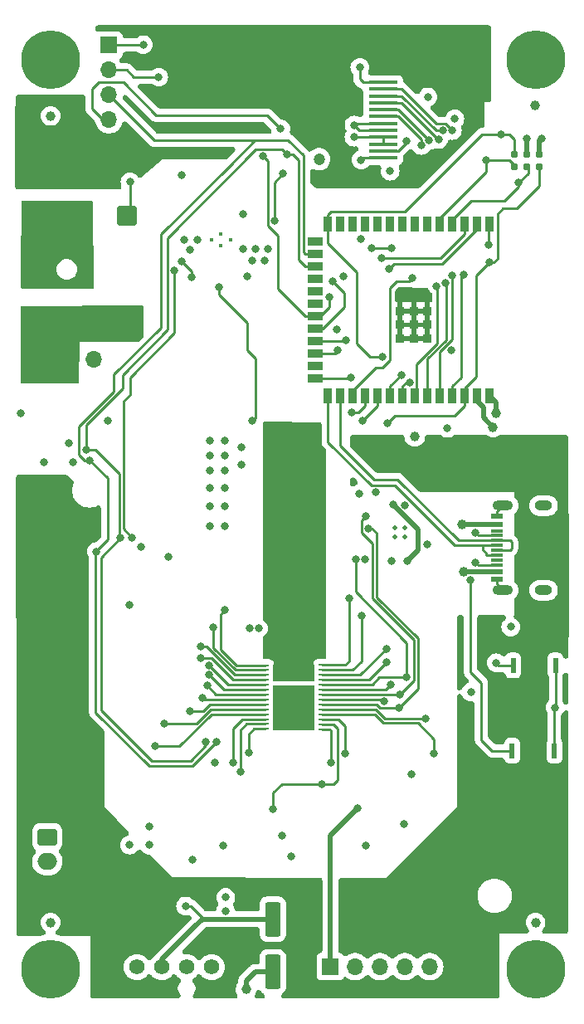
<source format=gbr>
%TF.GenerationSoftware,KiCad,Pcbnew,7.0.2*%
%TF.CreationDate,2024-01-11T01:28:16+01:00*%
%TF.ProjectId,bitaxe_RGZ_204_MOD_C,62697461-7865-45f5-9247-5a5f3230345f,rev?*%
%TF.SameCoordinates,Original*%
%TF.FileFunction,Copper,L4,Bot*%
%TF.FilePolarity,Positive*%
%FSLAX46Y46*%
G04 Gerber Fmt 4.6, Leading zero omitted, Abs format (unit mm)*
G04 Created by KiCad (PCBNEW 7.0.2) date 2024-01-11 01:28:16*
%MOMM*%
%LPD*%
G01*
G04 APERTURE LIST*
G04 Aperture macros list*
%AMRoundRect*
0 Rectangle with rounded corners*
0 $1 Rounding radius*
0 $2 $3 $4 $5 $6 $7 $8 $9 X,Y pos of 4 corners*
0 Add a 4 corners polygon primitive as box body*
4,1,4,$2,$3,$4,$5,$6,$7,$8,$9,$2,$3,0*
0 Add four circle primitives for the rounded corners*
1,1,$1+$1,$2,$3*
1,1,$1+$1,$4,$5*
1,1,$1+$1,$6,$7*
1,1,$1+$1,$8,$9*
0 Add four rect primitives between the rounded corners*
20,1,$1+$1,$2,$3,$4,$5,0*
20,1,$1+$1,$4,$5,$6,$7,0*
20,1,$1+$1,$6,$7,$8,$9,0*
20,1,$1+$1,$8,$9,$2,$3,0*%
G04 Aperture macros list end*
%TA.AperFunction,ComponentPad*%
%ADD10O,1.700000X1.700000*%
%TD*%
%TA.AperFunction,ComponentPad*%
%ADD11R,1.700000X1.700000*%
%TD*%
%TA.AperFunction,ComponentPad*%
%ADD12C,0.800000*%
%TD*%
%TA.AperFunction,ComponentPad*%
%ADD13C,6.000000*%
%TD*%
%TA.AperFunction,ComponentPad*%
%ADD14C,0.500000*%
%TD*%
%TA.AperFunction,ComponentPad*%
%ADD15C,0.400000*%
%TD*%
%TA.AperFunction,ComponentPad*%
%ADD16C,1.574800*%
%TD*%
%TA.AperFunction,SMDPad,CuDef*%
%ADD17R,3.000000X0.350000*%
%TD*%
%TA.AperFunction,SMDPad,CuDef*%
%ADD18C,1.000000*%
%TD*%
%TA.AperFunction,SMDPad,CuDef*%
%ADD19R,1.150000X0.600000*%
%TD*%
%TA.AperFunction,SMDPad,CuDef*%
%ADD20R,1.150000X0.300000*%
%TD*%
%TA.AperFunction,ComponentPad*%
%ADD21O,1.800000X1.000000*%
%TD*%
%TA.AperFunction,ComponentPad*%
%ADD22O,2.100000X1.000000*%
%TD*%
%TA.AperFunction,SMDPad,CuDef*%
%ADD23R,0.900000X1.500000*%
%TD*%
%TA.AperFunction,SMDPad,CuDef*%
%ADD24R,1.500000X0.900000*%
%TD*%
%TA.AperFunction,SMDPad,CuDef*%
%ADD25R,0.900000X0.900000*%
%TD*%
%TA.AperFunction,ConnectorPad*%
%ADD26C,0.787400*%
%TD*%
%TA.AperFunction,SMDPad,CuDef*%
%ADD27R,0.792000X0.221000*%
%TD*%
%TA.AperFunction,SMDPad,CuDef*%
%ADD28R,4.277000X1.810000*%
%TD*%
%TA.AperFunction,SMDPad,CuDef*%
%ADD29R,4.277000X4.530000*%
%TD*%
%TA.AperFunction,SMDPad,CuDef*%
%ADD30RoundRect,0.250000X-0.550000X1.500000X-0.550000X-1.500000X0.550000X-1.500000X0.550000X1.500000X0*%
%TD*%
%TA.AperFunction,SMDPad,CuDef*%
%ADD31RoundRect,0.250000X0.750000X-0.750000X0.750000X0.750000X-0.750000X0.750000X-0.750000X-0.750000X0*%
%TD*%
%TA.AperFunction,SMDPad,CuDef*%
%ADD32R,0.508000X1.524000*%
%TD*%
%TA.AperFunction,ComponentPad*%
%ADD33RoundRect,0.250000X-0.750000X0.600000X-0.750000X-0.600000X0.750000X-0.600000X0.750000X0.600000X0*%
%TD*%
%TA.AperFunction,ComponentPad*%
%ADD34O,2.000000X1.700000*%
%TD*%
%TA.AperFunction,ViaPad*%
%ADD35C,0.800000*%
%TD*%
%TA.AperFunction,ViaPad*%
%ADD36C,1.200000*%
%TD*%
%TA.AperFunction,ViaPad*%
%ADD37C,1.000000*%
%TD*%
%TA.AperFunction,Conductor*%
%ADD38C,0.254000*%
%TD*%
%TA.AperFunction,Conductor*%
%ADD39C,0.508000*%
%TD*%
G04 APERTURE END LIST*
D10*
%TO.P,J9,4,Pin_4*%
%TO.N,/SDA*%
X86766400Y-57175400D03*
%TO.P,J9,3,Pin_3*%
%TO.N,/SCL*%
X86766400Y-54635400D03*
%TO.P,J9,2,Pin_2*%
%TO.N,/3V3*%
X86766400Y-52095400D03*
D11*
%TO.P,J9,1,Pin_1*%
%TO.N,GND*%
X86766400Y-49555400D03*
%TD*%
D12*
%TO.P,H7,1,1*%
%TO.N,GND*%
X127985010Y-51120990D03*
X128644020Y-49530000D03*
X128644020Y-52711980D03*
X130235010Y-48870990D03*
X130235010Y-53370990D03*
D13*
X130302000Y-51054000D03*
D12*
X131826000Y-49530000D03*
X131826000Y-52711980D03*
X132485010Y-51120990D03*
%TD*%
D14*
%TO.P,U2,16,GND*%
%TO.N,GND*%
X116922000Y-98765000D03*
%TO.P,U2,17,GND*%
X116922000Y-99765000D03*
%TO.P,U2,18,GND*%
X115922000Y-99765000D03*
%TO.P,U2,19,GND*%
X115922000Y-98765000D03*
%TD*%
D12*
%TO.P,H9,1,1*%
%TO.N,GND*%
X128052000Y-143728000D03*
X128711010Y-142137010D03*
X128711010Y-145318990D03*
X130302000Y-141478000D03*
D13*
X130302000Y-143831000D03*
D12*
X130302000Y-145978000D03*
X131892990Y-142137010D03*
X131892990Y-145318990D03*
X132552000Y-143728000D03*
%TD*%
%TO.P,H10,1,1*%
%TO.N,GND*%
X78558000Y-143830990D03*
X79217010Y-142240000D03*
X79217010Y-145421980D03*
X80808000Y-141580990D03*
D13*
X80808000Y-143830990D03*
D12*
X80808000Y-146080990D03*
X82398990Y-142240000D03*
X82398990Y-145421980D03*
X83058000Y-143830990D03*
%TD*%
D15*
%TO.P,U9,11,GND*%
%TO.N,GND*%
X98201691Y-68847200D03*
X99151691Y-69422200D03*
X97251691Y-69422200D03*
X98201691Y-69997200D03*
%TD*%
D12*
%TO.P,H8,1,1*%
%TO.N,GND*%
X78558000Y-51054000D03*
X79217010Y-49463010D03*
X79217010Y-52644990D03*
X80808000Y-48804000D03*
D13*
X80808000Y-51054000D03*
D12*
X80808000Y-53304000D03*
X82398990Y-49463010D03*
X82398990Y-52644990D03*
X83058000Y-51054000D03*
%TD*%
D16*
%TO.P,J4,1,Pin_1*%
%TO.N,GND*%
X89621000Y-143622000D03*
%TO.P,J4,2,Pin_2*%
%TO.N,/5V*%
X92161000Y-143622000D03*
%TO.P,J4,3,Pin_3*%
%TO.N,/Fan/FAN_TACH*%
X94701000Y-143622000D03*
%TO.P,J4,4,Pin_4*%
%TO.N,/Fan/FAN_PWM*%
X97241000Y-143622000D03*
%TD*%
D17*
%TO.P,U4,1,GND*%
%TO.N,GND*%
X114751248Y-61040627D03*
%TO.P,U4,2,LEDK*%
%TO.N,Net-(U4-LEDK)*%
X114751248Y-60340627D03*
%TO.P,U4,3,LEDA*%
%TO.N,/3V3*%
X114751248Y-59640627D03*
%TO.P,U4,4,VDD*%
X114751248Y-58940627D03*
%TO.P,U4,5,GND*%
%TO.N,GND*%
X114751248Y-58240627D03*
%TO.P,U4,6,GND*%
X114751248Y-57540627D03*
%TO.P,U4,7,DC*%
%TO.N,/ESP32/TFT_DC*%
X114751248Y-56840627D03*
%TO.P,U4,8,CS/SS*%
%TO.N,/ESP32/TFT_CS*%
X114751248Y-56140627D03*
%TO.P,U4,9,SCL/SCK*%
%TO.N,/ESP32/TFT_SCL*%
X114751248Y-55440627D03*
%TO.P,U4,10,SDA/Mosi*%
%TO.N,/ESP32/TFT_SDA*%
X114751248Y-54740627D03*
%TO.P,U4,11,RESET*%
%TO.N,/ESP32/TFT_RES*%
X114751248Y-54040627D03*
%TO.P,U4,12,GND*%
%TO.N,GND*%
X114751248Y-53340627D03*
%TD*%
D18*
%TO.P,FID7,*%
%TO.N,*%
X130302000Y-139065000D03*
%TD*%
D11*
%TO.P,J7,1,Pin_1*%
%TO.N,/Power/VIN*%
X82708000Y-81632000D03*
D10*
%TO.P,J7,2,Pin_2*%
%TO.N,/5V*%
X85248000Y-81632000D03*
%TD*%
D11*
%TO.P,J3,1,Pin_1*%
%TO.N,/BM1366/1V8*%
X109350000Y-143580000D03*
D10*
%TO.P,J3,2,Pin_2*%
%TO.N,/BM1366/CI*%
X111890000Y-143580000D03*
%TO.P,J3,3,Pin_3*%
%TO.N,/BM1366/RO*%
X114430000Y-143580000D03*
%TO.P,J3,4,Pin_4*%
%TO.N,/BM1366/RST_N*%
X116970000Y-143580000D03*
%TO.P,J3,5,Pin_5*%
%TO.N,GND*%
X119510000Y-143580000D03*
%TD*%
D19*
%TO.P,J8,A1,GND*%
%TO.N,GND*%
X126368000Y-97650000D03*
%TO.P,J8,A4,VBUS*%
%TO.N,Net-(D1-Pad2)*%
X126368000Y-98450000D03*
D20*
%TO.P,J8,A5,CC1*%
%TO.N,Net-(J8-CC1)*%
X126368000Y-99600000D03*
%TO.P,J8,A6,D+*%
%TO.N,Net-(U12-GPIO20{slash}U1CTS{slash}ADC2_CH9{slash}CLK_OUT1{slash}USB_D+)*%
X126368000Y-100600000D03*
%TO.P,J8,A7,D-*%
%TO.N,Net-(U12-GPIO19{slash}U1RTS{slash}ADC2_CH8{slash}CLK_OUT2{slash}USB_D-)*%
X126368000Y-101100000D03*
%TO.P,J8,A8,SBU1*%
%TO.N,unconnected-(J8-SBU1-PadA8)*%
X126368000Y-102100000D03*
D19*
%TO.P,J8,A9,VBUS*%
%TO.N,Net-(D1-Pad2)*%
X126368000Y-103250000D03*
%TO.P,J8,A12,GND*%
%TO.N,GND*%
X126368000Y-104050000D03*
%TO.P,J8,B1,GND*%
X126368000Y-104050000D03*
%TO.P,J8,B4,VBUS*%
%TO.N,Net-(D1-Pad2)*%
X126368000Y-103250000D03*
D20*
%TO.P,J8,B5,CC2*%
%TO.N,Net-(J8-CC2)*%
X126368000Y-102600000D03*
%TO.P,J8,B6,D+*%
%TO.N,Net-(U12-GPIO20{slash}U1CTS{slash}ADC2_CH9{slash}CLK_OUT1{slash}USB_D+)*%
X126368000Y-101600000D03*
%TO.P,J8,B7,D-*%
%TO.N,Net-(U12-GPIO19{slash}U1RTS{slash}ADC2_CH8{slash}CLK_OUT2{slash}USB_D-)*%
X126368000Y-100100000D03*
%TO.P,J8,B8,SBU2*%
%TO.N,unconnected-(J8-SBU2-PadB8)*%
X126368000Y-99100000D03*
D19*
%TO.P,J8,B9,VBUS*%
%TO.N,Net-(D1-Pad2)*%
X126368000Y-98450000D03*
%TO.P,J8,B12,GND*%
%TO.N,GND*%
X126368000Y-97650000D03*
D21*
%TO.P,J8,S1,SHIELD*%
X131123000Y-96530000D03*
D22*
X126943000Y-96530000D03*
D21*
X131123000Y-105170000D03*
D22*
X126943000Y-105170000D03*
%TD*%
D23*
%TO.P,U12,1,GND*%
%TO.N,GND*%
X125603000Y-85344000D03*
%TO.P,U12,2,3V3*%
%TO.N,/3V3*%
X124333000Y-85344000D03*
%TO.P,U12,3,EN*%
%TO.N,/ESP32/EN*%
X123063000Y-85344000D03*
%TO.P,U12,4,GPIO4/TOUCH4/ADC1_CH3*%
%TO.N,/ESP32/TFT_RES*%
X121793000Y-85344000D03*
%TO.P,U12,5,GPIO5/TOUCH5/ADC1_CH4*%
%TO.N,/ESP32/TFT_SDA*%
X120523000Y-85344000D03*
%TO.P,U12,6,GPIO6/TOUCH6/ADC1_CH5*%
%TO.N,/ESP32/TFT_SCL*%
X119253000Y-85344000D03*
%TO.P,U12,7,GPIO7/TOUCH7/ADC1_CH6*%
%TO.N,/ESP32/TFT_CS*%
X117983000Y-85344000D03*
%TO.P,U12,8,GPIO15/U0RTS/ADC2_CH4/XTAL_32K_P*%
%TO.N,/ESP32/XIN32*%
X116713000Y-85344000D03*
%TO.P,U12,9,GPIO16/U0CTS/ADC2_CH5/XTAL_32K_NH5*%
%TO.N,/ESP32/XOUT32*%
X115443000Y-85344000D03*
%TO.P,U12,10,GPIO17/U1TXD/ADC2_CH6*%
%TO.N,/TX*%
X114173000Y-85344000D03*
%TO.P,U12,11,GPIO18/U1RXD/ADC2_CH7/CLK_OUT3*%
%TO.N,/RX*%
X112903000Y-85344000D03*
%TO.P,U12,12,GPIO8/TOUCH8/ADC1_CH7/SUBSPICS1*%
%TO.N,/ESP32/TFT_DC*%
X111633000Y-85344000D03*
%TO.P,U12,13,GPIO19/U1RTS/ADC2_CH8/CLK_OUT2/USB_D-*%
%TO.N,Net-(U12-GPIO19{slash}U1RTS{slash}ADC2_CH8{slash}CLK_OUT2{slash}USB_D-)*%
X110363000Y-85344000D03*
%TO.P,U12,14,GPIO20/U1CTS/ADC2_CH9/CLK_OUT1/USB_D+*%
%TO.N,Net-(U12-GPIO20{slash}U1CTS{slash}ADC2_CH9{slash}CLK_OUT1{slash}USB_D+)*%
X109093000Y-85344000D03*
D24*
%TO.P,U12,15,GPIO3/TOUCH3/ADC1_CH2\u002A*%
%TO.N,/3V3*%
X107843000Y-83579000D03*
%TO.P,U12,16,\u002AGPIO46*%
%TO.N,unconnected-(U12-\u002AGPIO46-Pad16)*%
X107843000Y-82309000D03*
%TO.P,U12,17,GPIO9/TOUCH9/ADC1_CH8/FSPIHD/SUBSPIHD*%
%TO.N,/ESP32/TFT_BLK*%
X107843000Y-81039000D03*
%TO.P,U12,18,GPIO10/TOUCH10/ADC1_CH9/FSPICS0/FSPIIO4/SUBSPICS0*%
%TO.N,/ESP32/PWR_EN*%
X107843000Y-79769000D03*
%TO.P,U12,19,GPIO11/TOUCH11/ADC2_CH0/FSPID/FSPIIO5/SUBSPID*%
%TO.N,/Power/PGOOD*%
X107843000Y-78499000D03*
%TO.P,U12,20,GPIO12/TOUCH12/ADC2_CH1/FSPICLK/FSPIIO6/SUBSPICLK*%
%TO.N,/PLUG_SENSE*%
X107843000Y-77229000D03*
%TO.P,U12,21,GPIO13/TOUCH13/ADC2_CH2/FSPIQ/FSPIIO7/SUBSPIQ*%
%TO.N,unconnected-(U12-GPIO13{slash}TOUCH13{slash}ADC2_CH2{slash}FSPIQ{slash}FSPIIO7{slash}SUBSPIQ-Pad21)*%
X107843000Y-75959000D03*
%TO.P,U12,22,GPIO14/TOUCH14/ADC2_CH3/FSPIWP/FSPIDQS/SUBSPIWP*%
%TO.N,unconnected-(U12-GPIO14{slash}TOUCH14{slash}ADC2_CH3{slash}FSPIWP{slash}FSPIDQS{slash}SUBSPIWP-Pad22)*%
X107843000Y-74689000D03*
%TO.P,U12,23,GPIO21*%
%TO.N,unconnected-(U12-GPIO21-Pad23)*%
X107843000Y-73419000D03*
%TO.P,U12,24,GPIO47/SPICLK_P/SUBSPICLK_P_DIFF*%
%TO.N,/SDA*%
X107843000Y-72149000D03*
%TO.P,U12,25,GPIO48/SPICLK_N/SUBSPICLK_N_DIFF*%
%TO.N,/SCL*%
X107843000Y-70879000D03*
%TO.P,U12,26,\u002AGPIO45*%
%TO.N,unconnected-(U12-\u002AGPIO45-Pad26)*%
X107843000Y-69609000D03*
D23*
%TO.P,U12,27,GPIO0/BOOT\u002A*%
%TO.N,/ESP32/IO0*%
X109093000Y-67844000D03*
%TO.P,U12,28,SPIIO6/GPIO35/FSPID/SUBSPID*%
%TO.N,unconnected-(U12-SPIIO6{slash}GPIO35{slash}FSPID{slash}SUBSPID-Pad28)*%
X110363000Y-67844000D03*
%TO.P,U12,29,SPIIO7/GPIO36/FSPICLK/SUBSPICLK*%
%TO.N,unconnected-(U12-SPIIO7{slash}GPIO36{slash}FSPICLK{slash}SUBSPICLK-Pad29)*%
X111633000Y-67844000D03*
%TO.P,U12,30,SPIDQS/GPIO37/FSPIQ/SUBSPIQ*%
%TO.N,unconnected-(U12-SPIDQS{slash}GPIO37{slash}FSPIQ{slash}SUBSPIQ-Pad30)*%
X112903000Y-67844000D03*
%TO.P,U12,31,GPIO38/FSPIWP/SUBSPIWP*%
%TO.N,unconnected-(U12-GPIO38{slash}FSPIWP{slash}SUBSPIWP-Pad31)*%
X114173000Y-67844000D03*
%TO.P,U12,32,MTCK/GPIO39/CLK_OUT3/SUBSPICS1*%
%TO.N,unconnected-(U12-MTCK{slash}GPIO39{slash}CLK_OUT3{slash}SUBSPICS1-Pad32)*%
X115443000Y-67844000D03*
%TO.P,U12,33,MTDO/GPIO40/CLK_OUT2*%
%TO.N,unconnected-(U12-MTDO{slash}GPIO40{slash}CLK_OUT2-Pad33)*%
X116713000Y-67844000D03*
%TO.P,U12,34,MTDI/GPIO41/CLK_OUT1*%
%TO.N,unconnected-(U12-MTDI{slash}GPIO41{slash}CLK_OUT1-Pad34)*%
X117983000Y-67844000D03*
%TO.P,U12,35,MTMS/GPIO42*%
%TO.N,unconnected-(U12-MTMS{slash}GPIO42-Pad35)*%
X119253000Y-67844000D03*
%TO.P,U12,36,U0RXD/GPIO44/CLK_OUT2*%
%TO.N,/ESP32/P_RX*%
X120523000Y-67844000D03*
%TO.P,U12,37,U0TXD/GPIO43/CLK_OUT1*%
%TO.N,/ESP32/P_TX*%
X121793000Y-67844000D03*
%TO.P,U12,38,GPIO2/TOUCH2/ADC1_CH1*%
%TO.N,/VDD*%
X123063000Y-67844000D03*
%TO.P,U12,39,GPIO1/TOUCH1/ADC1_CH0*%
%TO.N,/RST*%
X124333000Y-67844000D03*
%TO.P,U12,40,GND*%
%TO.N,GND*%
X125603000Y-67844000D03*
D25*
%TO.P,U12,41,GND*%
X116483000Y-79494000D03*
X117883000Y-79494000D03*
X119283000Y-79494000D03*
X116483000Y-78094000D03*
X117883000Y-78094000D03*
X119283000Y-78094000D03*
X116483000Y-76694000D03*
X117883000Y-76694000D03*
X119283000Y-76694000D03*
%TD*%
D26*
%TO.P,J5,1,Pin_1*%
%TO.N,/ESP32/EN*%
X130709500Y-61939000D03*
%TO.P,J5,2,Pin_2*%
%TO.N,/3V3*%
X130709500Y-60669000D03*
%TO.P,J5,3,Pin_3*%
%TO.N,/ESP32/P_TX*%
X129439500Y-61939000D03*
%TO.P,J5,4,Pin_4*%
%TO.N,GND*%
X129439500Y-60669000D03*
%TO.P,J5,5,Pin_5*%
%TO.N,/ESP32/P_RX*%
X128169500Y-61939000D03*
%TO.P,J5,6,Pin_6*%
%TO.N,/ESP32/IO0*%
X128169500Y-60669000D03*
%TD*%
D18*
%TO.P,FID8,*%
%TO.N,*%
X80808000Y-139065000D03*
%TD*%
D27*
%TO.P,U14,1,VDD1_0*%
%TO.N,/BM1366/VDD1_0*%
X108528000Y-112805000D03*
%TO.P,U14,2,VDD2_0*%
%TO.N,/BM1366/VDD2_0*%
X108528000Y-113307000D03*
%TO.P,U14,3,VDD3_0*%
%TO.N,/BM1366/VDD3_0*%
X108528000Y-113809000D03*
%TO.P,U14,4,VSS*%
%TO.N,GND*%
X108528000Y-114311000D03*
%TO.P,U14,5,NRSTI*%
%TO.N,/BM1366/RST_N*%
X108528000Y-114813000D03*
%TO.P,U14,6,BI*%
%TO.N,/BM1366/BI*%
X108528000Y-115315000D03*
%TO.P,U14,7,RO*%
%TO.N,/BM1366/RO*%
X108528000Y-115817000D03*
%TO.P,U14,8,CLKI*%
%TO.N,/BM1366/CLKI*%
X108528000Y-116319000D03*
%TO.P,U14,9,CI*%
%TO.N,/BM1366/CI*%
X108528000Y-116821000D03*
%TO.P,U14,10,ADDR0*%
%TO.N,/BM1366/ADDR0*%
X108528000Y-117323000D03*
%TO.P,U14,11,ADDR1*%
%TO.N,/BM1366/ADDR1*%
X108528000Y-117825000D03*
%TO.P,U14,12,PLL_VSS*%
%TO.N,GND*%
X108528000Y-118327000D03*
%TO.P,U14,13,VDDIO_08_0*%
%TO.N,/BM1366/0V8*%
X108528000Y-118829000D03*
%TO.P,U14,14,VDDIO_18_0*%
%TO.N,/BM1366/1V8*%
X108528000Y-119331000D03*
%TO.P,U14,15,VDDIO_18_1*%
%TO.N,Net-(U14-VDDIO_18_1)*%
X102696000Y-119318000D03*
%TO.P,U14,16,VDDIO_08_1*%
%TO.N,Net-(U14-VDDIO_08_1)*%
X102696000Y-118818000D03*
%TO.P,U14,17,VSS*%
%TO.N,GND*%
X102696000Y-118318000D03*
%TO.P,U14,18,PIN_MODE*%
%TO.N,/BM1366/PIN_MODE*%
X102696000Y-117818000D03*
%TO.P,U14,19,INV_CLKO*%
%TO.N,/BM1366/INV_CLKO*%
X102696000Y-117318000D03*
%TO.P,U14,20,CO*%
%TO.N,/BM1366/CO*%
X102696000Y-116821000D03*
%TO.P,U14,21,CLKO*%
%TO.N,/BM1366/CLKO*%
X102696000Y-116318000D03*
%TO.P,U14,22,RI*%
%TO.N,/BM1366/RI*%
X102696000Y-115817000D03*
%TO.P,U14,23,BO*%
%TO.N,/BM1366/BO*%
X102696000Y-115315000D03*
%TO.P,U14,24,NRSTO*%
%TO.N,/BM1366/NRSTO*%
X102696000Y-114813000D03*
%TO.P,U14,25,VSS*%
%TO.N,GND*%
X102696000Y-114311000D03*
%TO.P,U14,26,VDD3_1*%
%TO.N,/BM1366/VDD3_1*%
X102696000Y-113818000D03*
%TO.P,U14,27,VDD2_1*%
%TO.N,/BM1366/VDD2_1*%
X102696000Y-113307000D03*
%TO.P,U14,28,VDD1_1*%
%TO.N,/BM1366/VDD1_1*%
X102696000Y-112818000D03*
D28*
%TO.P,U14,29,VDD*%
%TO.N,/VDD*%
X105612000Y-113600000D03*
D29*
%TO.P,U14,30,VSS*%
%TO.N,GND*%
X105612000Y-117176000D03*
%TD*%
D30*
%TO.P,C28,1*%
%TO.N,/5V*%
X103490000Y-138720000D03*
%TO.P,C28,2*%
%TO.N,GND*%
X103490000Y-144120000D03*
%TD*%
D31*
%TO.P,J1,1*%
%TO.N,/Power/VIN*%
X82458000Y-77942000D03*
X88608000Y-77942000D03*
%TO.P,J1,2*%
%TO.N,GND*%
X82458000Y-66942000D03*
%TO.P,J1,3*%
%TO.N,/PLUG_SENSE*%
X88608000Y-66942000D03*
%TD*%
D32*
%TO.P,SW1,1*%
%TO.N,GND*%
X132345000Y-112842000D03*
%TO.P,SW1,2*%
%TO.N,/ESP32/EN*%
X128027000Y-112842000D03*
%TD*%
D18*
%TO.P,FID5,*%
%TO.N,*%
X130275000Y-55679000D03*
%TD*%
D33*
%TO.P,J2,1,Pin_1*%
%TO.N,GND*%
X80470000Y-130360000D03*
D34*
%TO.P,J2,2,Pin_2*%
%TO.N,/5V*%
X80470000Y-132860000D03*
%TD*%
D32*
%TO.P,SW2,1*%
%TO.N,GND*%
X132241000Y-121549000D03*
%TO.P,SW2,2*%
%TO.N,/ESP32/IO0*%
X127923000Y-121549000D03*
%TD*%
D18*
%TO.P,FID6,*%
%TO.N,*%
X80808000Y-56769000D03*
%TD*%
D35*
%TO.N,GND*%
X95067000Y-70471000D03*
D36*
X80348000Y-73699500D03*
X80348000Y-68217000D03*
D35*
X77798000Y-87152000D03*
X100850600Y-73131400D03*
D36*
X80348000Y-70044500D03*
D35*
X116910000Y-128990000D03*
D36*
X80348000Y-71872000D03*
D35*
X97028000Y-98592000D03*
D36*
X78668000Y-66392000D03*
X82138000Y-70062000D03*
D35*
X125513000Y-69924000D03*
X112980000Y-131260000D03*
X96109000Y-112124000D03*
D36*
X83818000Y-70059500D03*
D35*
X97028000Y-92970600D03*
X112460000Y-69350000D03*
X100288000Y-92362000D03*
X106396000Y-118533000D03*
X97028000Y-89922000D03*
X110862000Y-121832000D03*
X98568000Y-89922000D03*
D36*
X78668000Y-70047000D03*
D35*
X104082000Y-115436000D03*
X98682000Y-136516000D03*
X98568000Y-98592000D03*
X99393000Y-122727000D03*
X106408000Y-116351000D03*
X129429500Y-59124000D03*
D36*
X78668000Y-71874500D03*
D35*
X95758000Y-69431400D03*
D37*
X100765000Y-145890000D03*
D35*
X94214574Y-62819426D03*
X94411000Y-69401000D03*
X97028000Y-91402000D03*
X105673000Y-117442000D03*
X80168900Y-92079000D03*
X97028000Y-94742000D03*
X90271600Y-49504600D03*
X97551000Y-122747000D03*
X123698000Y-115554000D03*
X98568000Y-96612000D03*
X117602000Y-123903000D03*
X101346000Y-71501000D03*
X104855000Y-118563000D03*
D37*
X118999000Y-74930000D03*
D35*
X104132000Y-117472000D03*
X121691400Y-80721200D03*
X98568000Y-91402000D03*
X101727000Y-70358000D03*
X97028000Y-96612000D03*
X122075000Y-57079000D03*
X112922500Y-102037000D03*
X107144000Y-117442000D03*
X90897000Y-129309000D03*
X112318000Y-95325000D03*
X112512000Y-61250000D03*
X105623000Y-115406000D03*
X98568000Y-94742000D03*
X104867000Y-116381000D03*
X100457000Y-70358000D03*
X86678000Y-87862000D03*
X102616000Y-71501000D03*
D37*
X116713000Y-74930000D03*
D35*
X105330000Y-132320000D03*
X104430000Y-130240000D03*
D37*
X126293000Y-87094000D03*
D35*
X98568000Y-92970600D03*
D36*
X80348000Y-66389500D03*
D35*
X115573700Y-102188000D03*
D36*
X78668000Y-73702000D03*
X78668000Y-68219500D03*
D35*
X112369600Y-51816000D03*
X102997000Y-70358000D03*
X102082600Y-109067600D03*
X92818000Y-101795000D03*
X132297000Y-117137000D03*
X111785400Y-57708800D03*
X119253000Y-100457000D03*
X88888000Y-106645000D03*
X95260000Y-132630000D03*
X107094000Y-115406000D03*
X115099642Y-112550642D03*
X100288000Y-90613400D03*
D37*
X117856000Y-74930000D03*
D36*
%TO.N,/Power/VIN*%
X80275000Y-77059000D03*
X78688000Y-81222000D03*
X78688000Y-83179000D03*
X80288000Y-83159000D03*
X80288000Y-81202000D03*
X84808000Y-77242000D03*
X86458000Y-78752000D03*
X80288000Y-79102000D03*
X84808000Y-78752000D03*
X78675000Y-77079000D03*
X86458000Y-77242000D03*
X78688000Y-79122000D03*
D35*
%TO.N,/BM1366/1V8*%
X115737362Y-96385646D03*
X117172000Y-102173000D03*
X112130000Y-127390000D03*
X109458000Y-122723000D03*
%TO.N,/BM1366/INV_CLKO*%
X92430600Y-118795800D03*
%TO.N,/VDD*%
X114620000Y-71308000D03*
X103000000Y-104240000D03*
X105152000Y-113890000D03*
D36*
X107400000Y-94361000D03*
X107440000Y-96491000D03*
D35*
X104126000Y-113110000D03*
X108330000Y-104270000D03*
X107204000Y-113920000D03*
D36*
X107440000Y-98461000D03*
D35*
X106178000Y-113110000D03*
D36*
X105410000Y-94361000D03*
X105410000Y-92321000D03*
X107380000Y-92341000D03*
X105460000Y-98491000D03*
X105430000Y-96471000D03*
D35*
%TO.N,/ESP32/EN*%
X126293000Y-112572000D03*
X125563000Y-71744000D03*
X115196100Y-88116385D03*
D37*
%TO.N,/5V*%
X117975000Y-89479000D03*
D35*
X88883000Y-131168000D03*
X100470000Y-66770000D03*
X94580000Y-137390000D03*
X90881000Y-131182000D03*
D36*
X108214845Y-61185155D03*
D35*
X98450000Y-131200000D03*
%TO.N,/3V3*%
X115457000Y-62413000D03*
X114010000Y-95176000D03*
X111475000Y-83479000D03*
X109994718Y-78588072D03*
X127766000Y-108915000D03*
X130919500Y-59064000D03*
X111775000Y-58940627D03*
X110675000Y-73179000D03*
D37*
X125973000Y-88544000D03*
D35*
X121310400Y-88646000D03*
X91850000Y-52820000D03*
X98662000Y-137914100D03*
X116989216Y-96497784D03*
X83075000Y-92079000D03*
X101092000Y-109016800D03*
X119303800Y-54838600D03*
X90050000Y-100718000D03*
X82698000Y-90182000D03*
%TO.N,/TX*%
X112644692Y-87844408D03*
%TO.N,/RX*%
X111506000Y-86995000D03*
%TO.N,/BM1366/VDD3_0*%
X115070000Y-111160000D03*
%TO.N,/BM1366/VDD2_0*%
X112530000Y-107800000D03*
%TO.N,/RST*%
X115316000Y-72390000D03*
%TO.N,/BM1366/PIN_MODE*%
X91480645Y-121097045D03*
%TO.N,/SCL*%
X85471000Y-101219000D03*
X84828000Y-91902000D03*
X97713800Y-120675400D03*
%TO.N,/Power/OUT0*%
X89141400Y-99799800D03*
X93399000Y-72582000D03*
%TO.N,/BM1366/0V8*%
X108468000Y-124939000D03*
X103530000Y-127490000D03*
%TO.N,/BM1366/VDD1_0*%
X111250000Y-106010000D03*
%TO.N,/BM1366/VDD1_1*%
X98602800Y-107213400D03*
%TO.N,/BM1366/VDD2_1*%
X97409000Y-108966000D03*
%TO.N,/BM1366/VDD3_1*%
X96130000Y-110920000D03*
%TO.N,Net-(Q4-D)*%
X104500000Y-62680000D03*
X103630000Y-67500000D03*
%TO.N,Net-(U9-BOOT)*%
X94155000Y-71626000D03*
X95186555Y-73190555D03*
%TO.N,/BM1366/CI*%
X116334852Y-117175300D03*
X113272599Y-98869299D03*
%TO.N,/BM1366/RO*%
X112962000Y-97645000D03*
X116428000Y-115817000D03*
%TO.N,/BM1366/RST_N*%
X117148868Y-114071132D03*
X111948000Y-102053000D03*
%TO.N,Net-(Q2-G)*%
X101418600Y-87903400D03*
X97975000Y-74279000D03*
%TO.N,/BM1366/RI*%
X96774000Y-114909600D03*
%TO.N,/BM1366/CLKI*%
X114844000Y-116495900D03*
%TO.N,/BM1366/NRSTO*%
X96967045Y-112836955D03*
%TO.N,/BM1366/BO*%
X96995638Y-113825659D03*
%TO.N,/BM1366/CLKO*%
X96266000Y-116154200D03*
%TO.N,/BM1366/CO*%
X94996000Y-117551200D03*
%TO.N,/ESP32/P_TX*%
X128566055Y-63607445D03*
%TO.N,/ESP32/P_RX*%
X125222000Y-61294000D03*
%TO.N,/ESP32/IO0*%
X126746000Y-58674000D03*
X123682000Y-104140000D03*
X114675000Y-81379000D03*
%TO.N,/ESP32/XIN32*%
X117475000Y-83947000D03*
%TO.N,/BM1366/ADDR0*%
X119110000Y-118260000D03*
%TO.N,/ESP32/XOUT32*%
X116598000Y-83185000D03*
%TO.N,/Power/PGOOD*%
X109575000Y-73679000D03*
%TO.N,/ESP32/PWR_EN*%
X110935000Y-79631000D03*
%TO.N,/SDA*%
X96656000Y-120659000D03*
X84438000Y-90822000D03*
X87961400Y-99809800D03*
X104300000Y-58100000D03*
X104902000Y-60690000D03*
%TO.N,/ESP32/TFT_BLK*%
X110109000Y-80645000D03*
X113537100Y-70279000D03*
X115575000Y-70279000D03*
%TO.N,Net-(U4-LEDK)*%
X117144800Y-59309000D03*
%TO.N,/ESP32/TFT_DC*%
X118636500Y-59789361D03*
X117729000Y-73279000D03*
%TO.N,/ESP32/TFT_CS*%
X119450239Y-59289952D03*
X120142000Y-74168000D03*
%TO.N,/BM1366/BI*%
X115540000Y-114780000D03*
%TO.N,/PLUG_SENSE*%
X109275000Y-75279000D03*
X88900000Y-63500000D03*
X102440000Y-60880000D03*
%TO.N,/BM1366/ADDR1*%
X119960000Y-121860000D03*
D37*
%TO.N,Net-(D1-Pad2)*%
X122796000Y-98450000D03*
X122936000Y-103250000D03*
D35*
%TO.N,Net-(J8-CC1)*%
X124159000Y-99337000D03*
%TO.N,Net-(J8-CC2)*%
X124154000Y-102357000D03*
%TO.N,Net-(U14-VDDIO_18_1)*%
X101015000Y-121775000D03*
%TO.N,Net-(U14-VDDIO_08_1)*%
X100155000Y-123661000D03*
%TO.N,/ESP32/TFT_SCL*%
X120396000Y-59182000D03*
X121114100Y-73787000D03*
%TO.N,/ESP32/TFT_SDA*%
X120855244Y-58269215D03*
X121793000Y-73025000D03*
%TO.N,/ESP32/TFT_RES*%
X121811500Y-58265361D03*
X122936000Y-72941900D03*
%TD*%
D38*
%TO.N,Net-(U12-GPIO19{slash}U1RTS{slash}ADC2_CH8{slash}CLK_OUT2{slash}USB_D-)*%
X110363000Y-90424000D02*
X110363000Y-85344000D01*
X113792000Y-93853000D02*
X110363000Y-90424000D01*
X126368000Y-100100000D02*
X122452000Y-100100000D01*
X122452000Y-100100000D02*
X116205000Y-93853000D01*
X116205000Y-93853000D02*
X113792000Y-93853000D01*
%TO.N,Net-(U12-GPIO20{slash}U1CTS{slash}ADC2_CH9{slash}CLK_OUT1{slash}USB_D+)*%
X109093000Y-90043000D02*
X109093000Y-85344000D01*
X115948849Y-94496600D02*
X113546600Y-94496600D01*
X122052249Y-100600000D02*
X115948849Y-94496600D01*
X113546600Y-94496600D02*
X109093000Y-90043000D01*
X124927000Y-100600000D02*
X122052249Y-100600000D01*
%TO.N,/SDA*%
X88239600Y-53365400D02*
X85699600Y-53365400D01*
X102892800Y-56692800D02*
X91567000Y-56692800D01*
X91567000Y-56692800D02*
X88239600Y-53365400D01*
X85699600Y-53365400D02*
X85039200Y-54025800D01*
X85039200Y-54025800D02*
X85039200Y-56083200D01*
X104300000Y-58100000D02*
X102892800Y-56692800D01*
X85039200Y-56083200D02*
X86131400Y-57175400D01*
X86131400Y-57175400D02*
X86766400Y-57175400D01*
%TO.N,/SCL*%
X91391000Y-59260000D02*
X101671000Y-59260000D01*
X86766400Y-54635400D02*
X91391000Y-59260000D01*
%TO.N,/3V3*%
X88568400Y-52095400D02*
X89293000Y-52820000D01*
X86766400Y-52095400D02*
X88568400Y-52095400D01*
%TO.N,GND*%
X90220800Y-49555400D02*
X86766400Y-49555400D01*
X90271600Y-49504600D02*
X90220800Y-49555400D01*
%TO.N,/3V3*%
X89293000Y-52820000D02*
X91850000Y-52820000D01*
%TO.N,GND*%
X112721373Y-61040627D02*
X112512000Y-61250000D01*
X102696000Y-114311000D02*
X99401200Y-114311000D01*
D39*
X100765000Y-145045000D02*
X100765000Y-145890000D01*
D38*
X108528000Y-114311000D02*
X113339284Y-114311000D01*
X112369600Y-52984400D02*
X112369600Y-51816000D01*
X132345000Y-112842000D02*
X132345000Y-117089000D01*
X111785400Y-57708800D02*
X112316600Y-58240000D01*
D39*
X129439500Y-60669000D02*
X129439500Y-59134000D01*
D38*
X126368000Y-97650000D02*
X126368000Y-97105000D01*
X110156000Y-118327000D02*
X108528000Y-118327000D01*
X99401200Y-114311000D02*
X97214200Y-112124000D01*
X132241000Y-117193000D02*
X132297000Y-117137000D01*
X125513000Y-69924000D02*
X125513000Y-67934000D01*
D39*
X126293000Y-87094000D02*
X126293000Y-86034000D01*
D38*
X132345000Y-117089000D02*
X132297000Y-117137000D01*
X99393000Y-119299000D02*
X100374000Y-118318000D01*
X114751248Y-61040627D02*
X112721373Y-61040627D01*
X110862000Y-119033000D02*
X110156000Y-118327000D01*
D39*
X101690000Y-144120000D02*
X100765000Y-145045000D01*
X126293000Y-86034000D02*
X125603000Y-85344000D01*
X129439500Y-59134000D02*
X129429500Y-59124000D01*
D38*
X111785400Y-57708800D02*
X111954200Y-57540000D01*
X111954200Y-57540000D02*
X113648600Y-57540000D01*
X99393000Y-122727000D02*
X99393000Y-119299000D01*
X132241000Y-121549000D02*
X132241000Y-117193000D01*
X100374000Y-118318000D02*
X102696000Y-118318000D01*
X114751248Y-53340627D02*
X112725827Y-53340627D01*
X113339284Y-114311000D02*
X115099642Y-112550642D01*
D39*
X103490000Y-144120000D02*
X101690000Y-144120000D01*
D38*
X112725827Y-53340627D02*
X112369600Y-52984400D01*
X112316600Y-58240000D02*
X113648600Y-58240000D01*
X97214200Y-112124000D02*
X96109000Y-112124000D01*
X110862000Y-121832000D02*
X110862000Y-119033000D01*
X126368000Y-97105000D02*
X126943000Y-96530000D01*
X126368000Y-104050000D02*
X126368000Y-104595000D01*
X126368000Y-104595000D02*
X126943000Y-105170000D01*
D39*
%TO.N,/BM1366/1V8*%
X109350000Y-143580000D02*
X109350000Y-130170000D01*
X109350000Y-130170000D02*
X112130000Y-127390000D01*
X118302000Y-98950284D02*
X118302000Y-101043000D01*
D38*
X109450000Y-122715000D02*
X109450000Y-119488000D01*
X109450000Y-119488000D02*
X109293000Y-119331000D01*
D39*
X118302000Y-101043000D02*
X117172000Y-102173000D01*
X115737362Y-96385646D02*
X118302000Y-98950284D01*
D38*
X109293000Y-119331000D02*
X108528000Y-119331000D01*
X109458000Y-122723000D02*
X109450000Y-122715000D01*
%TO.N,/BM1366/INV_CLKO*%
X102696000Y-117318000D02*
X97175536Y-117318000D01*
X97175536Y-117318000D02*
X95697736Y-118795800D01*
X95697736Y-118795800D02*
X92430600Y-118795800D01*
%TO.N,/VDD*%
X123063000Y-68848000D02*
X120603000Y-71308000D01*
X123063000Y-67844000D02*
X123063000Y-68848000D01*
X120603000Y-71308000D02*
X114620000Y-71308000D01*
%TO.N,/ESP32/EN*%
X124275000Y-73032000D02*
X125563000Y-71744000D01*
X126975700Y-66235800D02*
X128372700Y-66235800D01*
X124275000Y-83380000D02*
X124275000Y-73032000D01*
X123063000Y-86348000D02*
X123063000Y-85344000D01*
X115196100Y-88116385D02*
X115936485Y-87376000D01*
X130709500Y-63899000D02*
X130709500Y-61939000D01*
X123835000Y-83820000D02*
X123063000Y-84592000D01*
X123639500Y-84015500D02*
X124275000Y-83380000D01*
X126419400Y-71377600D02*
X126053000Y-71744000D01*
X128027000Y-112842000D02*
X126563000Y-112842000D01*
X126419400Y-66792100D02*
X126419400Y-71377600D01*
X126563000Y-112842000D02*
X126293000Y-112572000D01*
X123063000Y-84592000D02*
X123063000Y-85344000D01*
X128372700Y-66235800D02*
X130709500Y-63899000D01*
X122035000Y-87376000D02*
X123063000Y-86348000D01*
X126445900Y-66765600D02*
X126419400Y-66792100D01*
X126053000Y-71744000D02*
X125563000Y-71744000D01*
X115936485Y-87376000D02*
X122035000Y-87376000D01*
X126445900Y-66765600D02*
X126975700Y-66235800D01*
D39*
%TO.N,/5V*%
X92161000Y-142859000D02*
X92161000Y-143622000D01*
D38*
X95092000Y-137390000D02*
X96290000Y-138588000D01*
D39*
X95560000Y-139450000D02*
X95560000Y-139460000D01*
X96290000Y-138720000D02*
X95560000Y-139450000D01*
D38*
X94580000Y-137390000D02*
X95092000Y-137390000D01*
D39*
X103490000Y-138720000D02*
X96290000Y-138720000D01*
D38*
X96290000Y-138588000D02*
X96290000Y-138720000D01*
D39*
X95560000Y-139460000D02*
X92161000Y-142859000D01*
D38*
%TO.N,/3V3*%
X114751248Y-59640627D02*
X114751248Y-58940627D01*
X111775000Y-58940627D02*
X114751248Y-58940627D01*
X111475000Y-83479000D02*
X111388000Y-83566000D01*
D39*
X124984664Y-86500400D02*
X124333000Y-85848736D01*
X124984664Y-87555664D02*
X124984664Y-86500400D01*
X130709500Y-59274000D02*
X130919500Y-59064000D01*
D38*
X111388000Y-83566000D02*
X107875000Y-83566000D01*
D39*
X130709500Y-60669000D02*
X130709500Y-59274000D01*
X125973000Y-88544000D02*
X124984664Y-87555664D01*
D38*
%TO.N,/TX*%
X114173000Y-85344000D02*
X114173000Y-86316100D01*
X114173000Y-86316100D02*
X112644692Y-87844408D01*
%TO.N,/RX*%
X112256000Y-86995000D02*
X112903000Y-86348000D01*
X112903000Y-86348000D02*
X112903000Y-85344000D01*
X111506000Y-86995000D02*
X112256000Y-86995000D01*
%TO.N,/BM1366/VDD3_0*%
X108528000Y-113809000D02*
X112421000Y-113809000D01*
X112421000Y-113809000D02*
X115070000Y-111160000D01*
%TO.N,/BM1366/VDD2_0*%
X108528000Y-113307000D02*
X111629000Y-113307000D01*
X111629000Y-113307000D02*
X112530000Y-112406000D01*
X112530000Y-112406000D02*
X112530000Y-107800000D01*
%TO.N,/RST*%
X115827000Y-71879000D02*
X120775000Y-71879000D01*
X120775000Y-71879000D02*
X124333000Y-68321000D01*
X124333000Y-68321000D02*
X124333000Y-67844000D01*
X115316000Y-72390000D02*
X115827000Y-71879000D01*
%TO.N,/BM1366/PIN_MODE*%
X93971227Y-121097045D02*
X91480645Y-121097045D01*
X97250272Y-117818000D02*
X93971227Y-121097045D01*
X102696000Y-117818000D02*
X97250272Y-117818000D01*
%TO.N,/SCL*%
X86641000Y-93715000D02*
X86641000Y-99995400D01*
X95309200Y-123080000D02*
X97713800Y-120675400D01*
X99068000Y-61863000D02*
X101671000Y-59260000D01*
X90854000Y-123080000D02*
X95309200Y-123080000D01*
X92075000Y-68856000D02*
X99068000Y-61863000D01*
X86641000Y-99995400D02*
X85417400Y-101219000D01*
X101671000Y-59260000D02*
X105046736Y-59260000D01*
X87275632Y-84879632D02*
X87275632Y-83158368D01*
X85417400Y-101219000D02*
X85417400Y-117643400D01*
X85417400Y-117643400D02*
X90854000Y-123080000D01*
X84828000Y-91902000D02*
X84298000Y-91902000D01*
X84298000Y-91902000D02*
X83712200Y-91316200D01*
X87275632Y-83158368D02*
X92075000Y-78359000D01*
X83712200Y-88443064D02*
X87275632Y-84879632D01*
X92075000Y-78359000D02*
X92075000Y-68856000D01*
X83712200Y-91316200D02*
X83712200Y-88443064D01*
X106610000Y-60823264D02*
X106610000Y-70650000D01*
X105046736Y-59260000D02*
X106610000Y-60823264D01*
X106610000Y-70650000D02*
X106839000Y-70879000D01*
X84828000Y-91902000D02*
X86641000Y-93715000D01*
X106839000Y-70879000D02*
X107843000Y-70879000D01*
%TO.N,/Power/OUT0*%
X93399000Y-78940000D02*
X88900000Y-83439000D01*
X88900000Y-85217000D02*
X88265000Y-85852000D01*
X88265000Y-98923400D02*
X89141400Y-99799800D01*
X88265000Y-85852000D02*
X88265000Y-98923400D01*
X93399000Y-72582000D02*
X93399000Y-78940000D01*
X88900000Y-83439000D02*
X88900000Y-85217000D01*
%TO.N,/BM1366/0V8*%
X108528000Y-118829000D02*
X109711000Y-118829000D01*
X108468000Y-124939000D02*
X104431000Y-124939000D01*
X110137400Y-119255400D02*
X110137400Y-124516600D01*
X103530000Y-125800000D02*
X103530000Y-127490000D01*
X109715000Y-124939000D02*
X108468000Y-124939000D01*
X110137400Y-124516600D02*
X109715000Y-124939000D01*
X104391000Y-124939000D02*
X103530000Y-125800000D01*
X104431000Y-124939000D02*
X104391000Y-124939000D01*
X109711000Y-118829000D02*
X110137400Y-119255400D01*
%TO.N,/BM1366/VDD1_0*%
X111250000Y-112430000D02*
X110873000Y-112807000D01*
X110871000Y-112805000D02*
X108528000Y-112805000D01*
X111250000Y-106010000D02*
X111250000Y-112430000D01*
X110873000Y-112807000D02*
X110871000Y-112805000D01*
%TO.N,/BM1366/VDD1_1*%
X98602800Y-107213400D02*
X98145600Y-107670600D01*
X98145600Y-111210664D02*
X99752936Y-112818000D01*
X99752936Y-112818000D02*
X102696000Y-112818000D01*
X98145600Y-107670600D02*
X98145600Y-111210664D01*
%TO.N,/BM1366/VDD2_1*%
X99667200Y-113307000D02*
X102696000Y-113307000D01*
X97409000Y-108966000D02*
X97409000Y-111048800D01*
X97409000Y-111048800D02*
X99667200Y-113307000D01*
%TO.N,/BM1366/VDD3_1*%
X102696000Y-113818000D02*
X99603464Y-113818000D01*
X99603464Y-113818000D02*
X96705464Y-110920000D01*
X96705464Y-110920000D02*
X96130000Y-110920000D01*
%TO.N,Net-(Q4-D)*%
X103630000Y-63550000D02*
X103630000Y-67500000D01*
X104500000Y-62680000D02*
X103630000Y-63550000D01*
%TO.N,Net-(U9-BOOT)*%
X95186555Y-72657555D02*
X94155000Y-71626000D01*
X95186555Y-73190555D02*
X95186555Y-72657555D01*
%TO.N,/BM1366/CI*%
X114445300Y-117175300D02*
X114091000Y-116821000D01*
X114082000Y-99340264D02*
X114082000Y-105867264D01*
X113611035Y-98869299D02*
X114082000Y-99340264D01*
X116334852Y-117175300D02*
X114445300Y-117175300D01*
X114082000Y-105867264D02*
X118310000Y-110095264D01*
X114091000Y-116821000D02*
X108528000Y-116821000D01*
X118310000Y-110095264D02*
X118310000Y-115200152D01*
X113272599Y-98869299D02*
X113611035Y-98869299D01*
X118310000Y-115200152D02*
X116334852Y-117175300D01*
%TO.N,/BM1366/RO*%
X117903600Y-114341400D02*
X117903600Y-110263600D01*
X116428000Y-115817000D02*
X117903600Y-114341400D01*
X112593199Y-99345199D02*
X112593199Y-98013801D01*
X113675600Y-100427600D02*
X112593199Y-99345199D01*
X108528000Y-115817000D02*
X116428000Y-115817000D01*
X113675600Y-106035600D02*
X113675600Y-100427600D01*
X112593199Y-98013801D02*
X112962000Y-97645000D01*
X117903600Y-110263600D02*
X113675600Y-106035600D01*
%TO.N,/BM1366/RST_N*%
X113627000Y-114813000D02*
X108528000Y-114813000D01*
X114368868Y-114071132D02*
X113627000Y-114813000D01*
X111948000Y-105334000D02*
X111948000Y-102053000D01*
X117148868Y-114071132D02*
X114368868Y-114071132D01*
X117160000Y-110546000D02*
X111948000Y-105334000D01*
X117160000Y-114060000D02*
X117160000Y-110546000D01*
X117148868Y-114071132D02*
X117160000Y-114060000D01*
%TO.N,Net-(Q2-G)*%
X101710600Y-81514600D02*
X101710600Y-87611400D01*
X97975000Y-74279000D02*
X97975000Y-74988000D01*
X100875000Y-77888000D02*
X100875000Y-80679000D01*
X97975000Y-74988000D02*
X100875000Y-77888000D01*
X101710600Y-87611400D02*
X101418600Y-87903400D01*
X100875000Y-80679000D02*
X101710600Y-81514600D01*
%TO.N,/BM1366/RI*%
X102696000Y-115817000D02*
X97681400Y-115817000D01*
X97681400Y-115817000D02*
X96774000Y-114909600D01*
%TO.N,Net-(U12-GPIO19{slash}U1RTS{slash}ADC2_CH8{slash}CLK_OUT2{slash}USB_D-)*%
X127692000Y-100100000D02*
X126368000Y-100100000D01*
X127674000Y-101100000D02*
X127840000Y-100934000D01*
X127840000Y-100934000D02*
X127840000Y-100248000D01*
X127840000Y-100248000D02*
X127692000Y-100100000D01*
X126368000Y-101100000D02*
X127674000Y-101100000D01*
%TO.N,Net-(U12-GPIO20{slash}U1CTS{slash}ADC2_CH9{slash}CLK_OUT1{slash}USB_D+)*%
X124927000Y-101051000D02*
X125234000Y-101358000D01*
X124927000Y-100600000D02*
X126368000Y-100600000D01*
X125234000Y-101358000D02*
X125234000Y-101600000D01*
X124927000Y-100600000D02*
X124927000Y-101051000D01*
X126368000Y-101600000D02*
X125234000Y-101600000D01*
%TO.N,/BM1366/CLKI*%
X114667100Y-116319000D02*
X108528000Y-116319000D01*
X114844000Y-116495900D02*
X114667100Y-116319000D01*
%TO.N,/BM1366/NRSTO*%
X96967045Y-112836955D02*
X98943090Y-114813000D01*
X98943090Y-114813000D02*
X102696000Y-114813000D01*
%TO.N,/BM1366/BO*%
X98484979Y-115315000D02*
X96995638Y-113825659D01*
X102696000Y-115315000D02*
X98484979Y-115315000D01*
%TO.N,/BM1366/CLKO*%
X102696000Y-116318000D02*
X96429800Y-116318000D01*
X96429800Y-116318000D02*
X96266000Y-116154200D01*
%TO.N,/BM1366/CO*%
X102696000Y-116821000D02*
X97097800Y-116821000D01*
X97097800Y-116821000D02*
X96367600Y-117551200D01*
X96367600Y-117551200D02*
X94996000Y-117551200D01*
%TO.N,/ESP32/P_TX*%
X123743200Y-65405000D02*
X121793000Y-67355200D01*
X128566055Y-63965945D02*
X127127000Y-65405000D01*
X127127000Y-65405000D02*
X123743200Y-65405000D01*
X128566055Y-63607445D02*
X128566055Y-63965945D01*
X129539500Y-62634000D02*
X129539500Y-61929000D01*
X128566055Y-63607445D02*
X129539500Y-62634000D01*
X121793000Y-67355200D02*
X121793000Y-67844000D01*
%TO.N,/ESP32/P_RX*%
X125222000Y-62484000D02*
X125222000Y-61294000D01*
X120523000Y-67183000D02*
X125222000Y-62484000D01*
X127634500Y-61294000D02*
X128269500Y-61929000D01*
X125076500Y-61294000D02*
X127634500Y-61294000D01*
X120523000Y-67844000D02*
X120523000Y-67183000D01*
%TO.N,/ESP32/IO0*%
X116982500Y-66548000D02*
X109385000Y-66548000D01*
X109385000Y-66548000D02*
X109093000Y-66840000D01*
X125892000Y-121549000D02*
X127923000Y-121549000D01*
X109093000Y-69778183D02*
X109093000Y-67844000D01*
X128139500Y-59194000D02*
X127619500Y-58674000D01*
X123682000Y-113547400D02*
X124790200Y-114655600D01*
X124856500Y-58674000D02*
X116982500Y-66548000D01*
X127619500Y-58674000D02*
X124856500Y-58674000D01*
X128269500Y-60659000D02*
X128139500Y-60529000D01*
X114675000Y-81379000D02*
X113383000Y-81379000D01*
X124790200Y-120447200D02*
X125892000Y-121549000D01*
X109093000Y-66840000D02*
X109093000Y-67844000D01*
X112039400Y-80035400D02*
X112039400Y-72724583D01*
X112039400Y-72724583D02*
X109093000Y-69778183D01*
X124790200Y-114655600D02*
X124790200Y-120447200D01*
X113383000Y-81379000D02*
X112039400Y-80035400D01*
X128139500Y-60529000D02*
X128139500Y-59194000D01*
X123682000Y-104140000D02*
X123682000Y-113547400D01*
%TO.N,/ESP32/XIN32*%
X117475000Y-83947000D02*
X117106000Y-83947000D01*
X116713000Y-84340000D02*
X116713000Y-85344000D01*
X117106000Y-83947000D02*
X116713000Y-84340000D01*
%TO.N,/BM1366/ADDR0*%
X114018264Y-117323000D02*
X114955264Y-118260000D01*
X108528000Y-117323000D02*
X114018264Y-117323000D01*
X114955264Y-118260000D02*
X119110000Y-118260000D01*
%TO.N,/ESP32/XOUT32*%
X116598000Y-83185000D02*
X115443000Y-84340000D01*
X115443000Y-84340000D02*
X115443000Y-85344000D01*
%TO.N,/Power/PGOOD*%
X108555000Y-78499000D02*
X110775000Y-76279000D01*
X110775000Y-74879000D02*
X109575000Y-73679000D01*
X107843000Y-78499000D02*
X108555000Y-78499000D01*
X110775000Y-76279000D02*
X110775000Y-74879000D01*
%TO.N,/ESP32/PWR_EN*%
X110810000Y-79756000D02*
X107875000Y-79756000D01*
X110935000Y-79631000D02*
X110810000Y-79756000D01*
%TO.N,/SDA*%
X88138000Y-83185000D02*
X88138000Y-84592000D01*
X104410000Y-60198000D02*
X101756000Y-60198000D01*
X96656000Y-120659000D02*
X96656000Y-120998000D01*
X106150000Y-71460000D02*
X106839000Y-72149000D01*
X95075000Y-122579000D02*
X91111000Y-122579000D01*
X104902000Y-60690000D02*
X104410000Y-60198000D01*
X85953600Y-117421600D02*
X85953600Y-101817600D01*
X85953600Y-101817600D02*
X87961400Y-99809800D01*
X85418000Y-90822000D02*
X87858600Y-93262600D01*
X92719600Y-69234400D02*
X92719600Y-78603400D01*
X87858600Y-99707000D02*
X87961400Y-99809800D01*
X96656000Y-120998000D02*
X95075000Y-122579000D01*
X84438000Y-88292000D02*
X84438000Y-90822000D01*
X87858600Y-93262600D02*
X87858600Y-99707000D01*
X88138000Y-84592000D02*
X84438000Y-88292000D01*
X87961400Y-99809800D02*
X87961400Y-99759800D01*
X104902000Y-60690000D02*
X105510817Y-60690000D01*
X84438000Y-90822000D02*
X85418000Y-90822000D01*
X101756000Y-60198000D02*
X92719600Y-69234400D01*
X91111000Y-122579000D02*
X85953600Y-117421600D01*
X105510817Y-60690000D02*
X106150000Y-61329183D01*
X106150000Y-61329183D02*
X106150000Y-71460000D01*
X92719600Y-78603400D02*
X88138000Y-83185000D01*
X106839000Y-72149000D02*
X107843000Y-72149000D01*
%TO.N,/ESP32/TFT_BLK*%
X109842000Y-81039000D02*
X110109000Y-80772000D01*
X113537100Y-70279000D02*
X115575000Y-70279000D01*
X107843000Y-81039000D02*
X109842000Y-81039000D01*
%TO.N,Net-(U4-LEDK)*%
X116285048Y-60340627D02*
X117144800Y-59480875D01*
X114751248Y-60340627D02*
X116285048Y-60340627D01*
X115915827Y-60340627D02*
X115976400Y-60401200D01*
X117144800Y-59480875D02*
X117144800Y-59309000D01*
X114751248Y-60340627D02*
X115915827Y-60340627D01*
%TO.N,/ESP32/TFT_DC*%
X114009200Y-82479000D02*
X114675000Y-82479000D01*
X118636500Y-59192079D02*
X116285048Y-56840627D01*
X118636500Y-59789361D02*
X118636500Y-59192079D01*
X117348000Y-73660000D02*
X117729000Y-73279000D01*
X115443000Y-74366817D02*
X116149817Y-73660000D01*
X115443000Y-81711000D02*
X115443000Y-74366817D01*
X114675000Y-82479000D02*
X115443000Y-81711000D01*
X116149817Y-73660000D02*
X117348000Y-73660000D01*
X111633000Y-84855200D02*
X114009200Y-82479000D01*
X111633000Y-85344000D02*
X111633000Y-84855200D01*
X116285048Y-56840627D02*
X114751248Y-56840627D01*
%TO.N,/ESP32/TFT_CS*%
X118154400Y-82081400D02*
X120269000Y-79966800D01*
X119450239Y-59289952D02*
X116300914Y-56140627D01*
X117983000Y-85344000D02*
X118154400Y-85172600D01*
X118154400Y-85172600D02*
X118154400Y-82081400D01*
X120269000Y-79966800D02*
X120269000Y-74295000D01*
X116300914Y-56140627D02*
X114751248Y-56140627D01*
%TO.N,/BM1366/BI*%
X108528000Y-115315000D02*
X115005000Y-115315000D01*
X115005000Y-115315000D02*
X115540000Y-114780000D01*
%TO.N,/PLUG_SENSE*%
X102950600Y-67960600D02*
X102950600Y-61390600D01*
X102950600Y-61390600D02*
X102440000Y-60880000D01*
X106826000Y-77216000D02*
X104013000Y-74403000D01*
X104013000Y-69023000D02*
X102950600Y-67960600D01*
X109275000Y-76285800D02*
X108344800Y-77216000D01*
X108344800Y-77216000D02*
X106826000Y-77216000D01*
X109275000Y-75279000D02*
X109275000Y-76285800D01*
X88900000Y-63500000D02*
X88900000Y-66049800D01*
X104013000Y-74403000D02*
X104013000Y-69023000D01*
%TO.N,/BM1366/ADDR1*%
X114786928Y-118666400D02*
X118276400Y-118666400D01*
X113945528Y-117825000D02*
X114786928Y-118666400D01*
X119960000Y-120350000D02*
X119960000Y-121860000D01*
X118276400Y-118666400D02*
X119960000Y-120350000D01*
X108528000Y-117825000D02*
X113945528Y-117825000D01*
D39*
%TO.N,Net-(D1-Pad2)*%
X122796000Y-98450000D02*
X126368000Y-98450000D01*
X122936000Y-103250000D02*
X126368000Y-103250000D01*
D38*
%TO.N,Net-(J8-CC1)*%
X126368000Y-99600000D02*
X124422000Y-99600000D01*
%TO.N,Net-(J8-CC2)*%
X126368000Y-102600000D02*
X124397000Y-102600000D01*
%TO.N,Net-(U14-VDDIO_18_1)*%
X101554000Y-119318000D02*
X102696000Y-119318000D01*
X101015000Y-119857000D02*
X101554000Y-119318000D01*
X101015000Y-121775000D02*
X101015000Y-119857000D01*
%TO.N,Net-(U14-VDDIO_08_1)*%
X100810000Y-118818000D02*
X102696000Y-118818000D01*
X100155000Y-119473000D02*
X100810000Y-118818000D01*
X100155000Y-123661000D02*
X100155000Y-119473000D01*
%TO.N,/ESP32/TFT_SCL*%
X119253000Y-81557536D02*
X119253000Y-85344000D01*
X120396000Y-59182000D02*
X120345200Y-59182000D01*
X121158000Y-79652536D02*
X119253000Y-81557536D01*
X121114100Y-73787000D02*
X121158000Y-73830900D01*
X120345200Y-59182000D02*
X116603827Y-55440627D01*
X116603827Y-55440627D02*
X114751248Y-55440627D01*
X121158000Y-73830900D02*
X121158000Y-79652536D01*
%TO.N,/ESP32/TFT_SDA*%
X114751248Y-54740627D02*
X116630512Y-54740627D01*
X116630512Y-54740627D02*
X120159100Y-58269215D01*
X121793000Y-73025000D02*
X121793000Y-79592272D01*
X120159100Y-58269215D02*
X120855244Y-58269215D01*
X121793000Y-79592272D02*
X120523000Y-80862272D01*
X120523000Y-80862272D02*
X120523000Y-85344000D01*
%TO.N,/ESP32/TFT_RES*%
X122682000Y-73195900D02*
X122936000Y-72941900D01*
X121793000Y-85344000D02*
X121793000Y-84340000D01*
X121132100Y-57585961D02*
X120171561Y-57585961D01*
X121811500Y-58265361D02*
X121132100Y-57585961D01*
X122682000Y-83451000D02*
X122682000Y-73195900D01*
X116626227Y-54040627D02*
X114751248Y-54040627D01*
X121793000Y-84340000D02*
X122682000Y-83451000D01*
X120171561Y-57585961D02*
X116626227Y-54040627D01*
%TD*%
%TA.AperFunction,Conductor*%
%TO.N,GND*%
G36*
X119253135Y-74301132D02*
G01*
X119320070Y-74321150D01*
X119365560Y-74374183D01*
X119369550Y-74384174D01*
X119416209Y-74517519D01*
X119512185Y-74670264D01*
X119639736Y-74797815D01*
X119639738Y-74797816D01*
X119683471Y-74825295D01*
X119729762Y-74877628D01*
X119741500Y-74930289D01*
X119741500Y-75620000D01*
X119721815Y-75687039D01*
X119669011Y-75732794D01*
X119617500Y-75744000D01*
X119533000Y-75744000D01*
X119533000Y-79620000D01*
X119513315Y-79687039D01*
X119460511Y-79732794D01*
X119409000Y-79744000D01*
X116357000Y-79744000D01*
X116289961Y-79724315D01*
X116244206Y-79671511D01*
X116233000Y-79620000D01*
X116233000Y-78344000D01*
X116733000Y-78344000D01*
X116733000Y-79244000D01*
X117633000Y-79244000D01*
X117633000Y-78344000D01*
X118133000Y-78344000D01*
X118133000Y-79244000D01*
X119033000Y-79244000D01*
X119033000Y-78344000D01*
X118133000Y-78344000D01*
X117633000Y-78344000D01*
X116733000Y-78344000D01*
X116233000Y-78344000D01*
X116233000Y-76944000D01*
X116733000Y-76944000D01*
X116733000Y-77844000D01*
X117633000Y-77844000D01*
X117633000Y-76944000D01*
X118133000Y-76944000D01*
X118133000Y-77844000D01*
X119033000Y-77844000D01*
X119033000Y-76944000D01*
X118133000Y-76944000D01*
X117633000Y-76944000D01*
X116733000Y-76944000D01*
X116233000Y-76944000D01*
X116233000Y-75744000D01*
X116733000Y-75744000D01*
X116733000Y-76444000D01*
X117633000Y-76444000D01*
X118132999Y-76444000D01*
X119033000Y-76444000D01*
X119033000Y-75744000D01*
X118788482Y-75744000D01*
X118781867Y-75744354D01*
X118725626Y-75750400D01*
X118626332Y-75787435D01*
X118556640Y-75792419D01*
X118539666Y-75787435D01*
X118440373Y-75750400D01*
X118384132Y-75744354D01*
X118377518Y-75744000D01*
X118133000Y-75744000D01*
X118132999Y-76444000D01*
X117633000Y-76444000D01*
X117633000Y-75744000D01*
X117388482Y-75744000D01*
X117381867Y-75744354D01*
X117325626Y-75750400D01*
X117226332Y-75787435D01*
X117156640Y-75792419D01*
X117139666Y-75787435D01*
X117040373Y-75750400D01*
X116984132Y-75744354D01*
X116977518Y-75744000D01*
X116733000Y-75744000D01*
X116233000Y-75744000D01*
X116094499Y-75744000D01*
X116027460Y-75724315D01*
X115981705Y-75671511D01*
X115970499Y-75620000D01*
X115970499Y-74636676D01*
X115990184Y-74569637D01*
X116006818Y-74548995D01*
X116038294Y-74517519D01*
X116233040Y-74322773D01*
X116294361Y-74289290D01*
X116321329Y-74286459D01*
X119253135Y-74301132D01*
G37*
%TD.AperFunction*%
%TD*%
%TA.AperFunction,NonConductor*%
G36*
X88550402Y-54652809D02*
G01*
X88618756Y-54702686D01*
X91067605Y-57151535D01*
X91078934Y-57163569D01*
X91114435Y-57203641D01*
X91158477Y-57234041D01*
X91171794Y-57243840D01*
X91215915Y-57278407D01*
X91247473Y-57296205D01*
X91249837Y-57297101D01*
X91249838Y-57297102D01*
X91299886Y-57316082D01*
X91315150Y-57322405D01*
X91363961Y-57344373D01*
X91363965Y-57344373D01*
X91366272Y-57345412D01*
X91401161Y-57355138D01*
X91403669Y-57355442D01*
X91403673Y-57355444D01*
X91456806Y-57361895D01*
X91473141Y-57364382D01*
X91525792Y-57374031D01*
X91579206Y-57370799D01*
X91595750Y-57370300D01*
X102498676Y-57370300D01*
X102603531Y-57391157D01*
X102692423Y-57450553D01*
X103275907Y-58034037D01*
X103335303Y-58122929D01*
X103354840Y-58200923D01*
X103362791Y-58281639D01*
X103352314Y-58388034D01*
X103301918Y-58482321D01*
X103219277Y-58550145D01*
X103116972Y-58581180D01*
X103090111Y-58582500D01*
X101699755Y-58582500D01*
X101683213Y-58582000D01*
X101674962Y-58581501D01*
X101627271Y-58578616D01*
X101584533Y-58582500D01*
X91785124Y-58582500D01*
X91680269Y-58561643D01*
X91591377Y-58502247D01*
X88222875Y-55133745D01*
X88163479Y-55044853D01*
X88142622Y-54939998D01*
X88151008Y-54872730D01*
X88158109Y-54844691D01*
X88160139Y-54845205D01*
X88181385Y-54771040D01*
X88247916Y-54687354D01*
X88341408Y-54635499D01*
X88447627Y-54623368D01*
X88550402Y-54652809D01*
G37*
%TD.AperFunction*%
%TA.AperFunction,NonConductor*%
G36*
X125594438Y-47543357D02*
G01*
X125683330Y-47602753D01*
X125742726Y-47691645D01*
X125763583Y-47796500D01*
X125763583Y-55081441D01*
X125742726Y-55186296D01*
X125683330Y-55275188D01*
X125594438Y-55334584D01*
X125500909Y-55355207D01*
X125095000Y-55372000D01*
X125094999Y-55372001D01*
X125079386Y-57719491D01*
X125057832Y-57824206D01*
X124997846Y-57912701D01*
X124908561Y-57971504D01*
X124847370Y-57983253D01*
X124848015Y-57986772D01*
X124762649Y-58002415D01*
X124746295Y-58004905D01*
X124690668Y-58011660D01*
X124655762Y-58021391D01*
X124653462Y-58022425D01*
X124653462Y-58022426D01*
X124617628Y-58038553D01*
X124604656Y-58044391D01*
X124589375Y-58050720D01*
X124536981Y-58070591D01*
X124505409Y-58088397D01*
X124461309Y-58122948D01*
X124447983Y-58132754D01*
X124403934Y-58163159D01*
X124368434Y-58203229D01*
X124357093Y-58215276D01*
X118517623Y-64054747D01*
X118428731Y-64114143D01*
X118323876Y-64135000D01*
X107943856Y-64135000D01*
X107839001Y-64114143D01*
X107750109Y-64054747D01*
X107741511Y-64045750D01*
X107359155Y-63626979D01*
X107303857Y-63535481D01*
X107287500Y-63442229D01*
X107287500Y-62456075D01*
X107308357Y-62351220D01*
X107367753Y-62262328D01*
X107456645Y-62202932D01*
X107561500Y-62182075D01*
X107666355Y-62202932D01*
X107694772Y-62217495D01*
X107699825Y-62219452D01*
X107699826Y-62219453D01*
X107898647Y-62296476D01*
X108108235Y-62335655D01*
X108108238Y-62335655D01*
X108321452Y-62335655D01*
X108321455Y-62335655D01*
X108531043Y-62296476D01*
X108729864Y-62219453D01*
X108911147Y-62107207D01*
X109068717Y-61963562D01*
X109197211Y-61793410D01*
X109292250Y-61602544D01*
X109350601Y-61397465D01*
X109370274Y-61185155D01*
X109350601Y-60972845D01*
X109292250Y-60767766D01*
X109280645Y-60744460D01*
X109197212Y-60576902D01*
X109197211Y-60576901D01*
X109197211Y-60576900D01*
X109068717Y-60406748D01*
X109067071Y-60405247D01*
X108911146Y-60263102D01*
X108729864Y-60150857D01*
X108694348Y-60137098D01*
X108531043Y-60073834D01*
X108321455Y-60034655D01*
X108108235Y-60034655D01*
X107898647Y-60073834D01*
X107898644Y-60073834D01*
X107898644Y-60073835D01*
X107699825Y-60150857D01*
X107518542Y-60263103D01*
X107444794Y-60330333D01*
X107353254Y-60385559D01*
X107247547Y-60401551D01*
X107143767Y-60375873D01*
X107066456Y-60321590D01*
X105685493Y-58940627D01*
X110819901Y-58940627D01*
X110838253Y-59126958D01*
X110892604Y-59306128D01*
X110980864Y-59471252D01*
X111099642Y-59615984D01*
X111217400Y-59712625D01*
X111244375Y-59734763D01*
X111409499Y-59823023D01*
X111588669Y-59877374D01*
X111775000Y-59895726D01*
X111941801Y-59879297D01*
X112048191Y-59889776D01*
X112142477Y-59940172D01*
X112210300Y-60022814D01*
X112241335Y-60125120D01*
X112230856Y-60231515D01*
X112180460Y-60325801D01*
X112097818Y-60393624D01*
X112097817Y-60393624D01*
X111981377Y-60455862D01*
X111836642Y-60574642D01*
X111717864Y-60719374D01*
X111629604Y-60884498D01*
X111575253Y-61063668D01*
X111560670Y-61211737D01*
X111556901Y-61250000D01*
X111568263Y-61365357D01*
X111575253Y-61436331D01*
X111629604Y-61615501D01*
X111717864Y-61780625D01*
X111836642Y-61925357D01*
X111887074Y-61966745D01*
X111981375Y-62044136D01*
X112146499Y-62132396D01*
X112325669Y-62186747D01*
X112512000Y-62205099D01*
X112698331Y-62186747D01*
X112877501Y-62132396D01*
X113042625Y-62044136D01*
X113187357Y-61925357D01*
X113235822Y-61866302D01*
X113318462Y-61798481D01*
X113420768Y-61767446D01*
X113447626Y-61766127D01*
X114290511Y-61766127D01*
X114395366Y-61786984D01*
X114484258Y-61846380D01*
X114543654Y-61935272D01*
X114564511Y-62040127D01*
X114552713Y-62119665D01*
X114520253Y-62226668D01*
X114501901Y-62413000D01*
X114520253Y-62599331D01*
X114574604Y-62778501D01*
X114662864Y-62943625D01*
X114781642Y-63088357D01*
X114899313Y-63184927D01*
X114926375Y-63207136D01*
X115091499Y-63295396D01*
X115270669Y-63349747D01*
X115457000Y-63368099D01*
X115643331Y-63349747D01*
X115822501Y-63295396D01*
X115987625Y-63207136D01*
X116132357Y-63088357D01*
X116251136Y-62943625D01*
X116339396Y-62778501D01*
X116393747Y-62599331D01*
X116412099Y-62413000D01*
X116393747Y-62226669D01*
X116339396Y-62047499D01*
X116339395Y-62047498D01*
X116338258Y-62043748D01*
X116327778Y-61937353D01*
X116358812Y-61835047D01*
X116426635Y-61752405D01*
X116499937Y-61709315D01*
X116523590Y-61699988D01*
X116644170Y-61608549D01*
X116735609Y-61487969D01*
X116791125Y-61347191D01*
X116801748Y-61258729D01*
X116801748Y-60895549D01*
X116822605Y-60790694D01*
X116881998Y-60701805D01*
X117292545Y-60291258D01*
X117381434Y-60231865D01*
X117406734Y-60222812D01*
X117510301Y-60191396D01*
X117510304Y-60191394D01*
X117521708Y-60187935D01*
X117628103Y-60177456D01*
X117730409Y-60208491D01*
X117813051Y-60276314D01*
X117841651Y-60319118D01*
X117961142Y-60464718D01*
X118003968Y-60499864D01*
X118105875Y-60583497D01*
X118270999Y-60671757D01*
X118450169Y-60726108D01*
X118636500Y-60744460D01*
X118822831Y-60726108D01*
X119002001Y-60671757D01*
X119167125Y-60583497D01*
X119311857Y-60464718D01*
X119423820Y-60328290D01*
X119506457Y-60260472D01*
X119608763Y-60229438D01*
X119608767Y-60229437D01*
X119636570Y-60226699D01*
X119815740Y-60172348D01*
X119922244Y-60115420D01*
X120024549Y-60084386D01*
X120130939Y-60094864D01*
X120209669Y-60118747D01*
X120396000Y-60137099D01*
X120582331Y-60118747D01*
X120761501Y-60064396D01*
X120926625Y-59976136D01*
X121071357Y-59857357D01*
X121190136Y-59712625D01*
X121278396Y-59547501D01*
X121324917Y-59394141D01*
X121375310Y-59299862D01*
X121457952Y-59232039D01*
X121560258Y-59201005D01*
X121613974Y-59201005D01*
X121625167Y-59202107D01*
X121625169Y-59202108D01*
X121701122Y-59209588D01*
X121811495Y-59220460D01*
X121811497Y-59220459D01*
X121811500Y-59220460D01*
X121997831Y-59202108D01*
X122177001Y-59147757D01*
X122342125Y-59059497D01*
X122486857Y-58940718D01*
X122605636Y-58795986D01*
X122693896Y-58630862D01*
X122748247Y-58451692D01*
X122766599Y-58265361D01*
X122748247Y-58079030D01*
X122719420Y-57984002D01*
X122708941Y-57877612D01*
X122739975Y-57775306D01*
X122769819Y-57730642D01*
X122796762Y-57697813D01*
X122851019Y-57631701D01*
X122869134Y-57609628D01*
X122869136Y-57609625D01*
X122957396Y-57444501D01*
X123011747Y-57265331D01*
X123030099Y-57079000D01*
X123011747Y-56892669D01*
X122957396Y-56713499D01*
X122869136Y-56548375D01*
X122821743Y-56490627D01*
X122750357Y-56403642D01*
X122605625Y-56284864D01*
X122440501Y-56196604D01*
X122261331Y-56142253D01*
X122075000Y-56123901D01*
X121888668Y-56142253D01*
X121709498Y-56196604D01*
X121544374Y-56284864D01*
X121399642Y-56403642D01*
X121280864Y-56548374D01*
X121192603Y-56713501D01*
X121192453Y-56713996D01*
X121142058Y-56808283D01*
X121059416Y-56876106D01*
X120957111Y-56907141D01*
X120930251Y-56908461D01*
X120565685Y-56908461D01*
X120460830Y-56887604D01*
X120371938Y-56828208D01*
X119666888Y-56123158D01*
X119607492Y-56034266D01*
X119586635Y-55929411D01*
X119607492Y-55824556D01*
X119666888Y-55735664D01*
X119731474Y-55687764D01*
X119834423Y-55632737D01*
X119834422Y-55632737D01*
X119834425Y-55632736D01*
X119979157Y-55513957D01*
X120097936Y-55369225D01*
X120186196Y-55204101D01*
X120240547Y-55024931D01*
X120258899Y-54838600D01*
X120240547Y-54652269D01*
X120186196Y-54473099D01*
X120097936Y-54307975D01*
X119992596Y-54179618D01*
X119979157Y-54163242D01*
X119834425Y-54044464D01*
X119669301Y-53956204D01*
X119490131Y-53901853D01*
X119490130Y-53901853D01*
X119303800Y-53883501D01*
X119303799Y-53883501D01*
X119117468Y-53901853D01*
X118938298Y-53956204D01*
X118773174Y-54044464D01*
X118628442Y-54163242D01*
X118509663Y-54307975D01*
X118454634Y-54410928D01*
X118386811Y-54493570D01*
X118292525Y-54543966D01*
X118186130Y-54554445D01*
X118083824Y-54523410D01*
X118019241Y-54475511D01*
X117125628Y-53581898D01*
X117114284Y-53569848D01*
X117105289Y-53559695D01*
X117078792Y-53529786D01*
X117062234Y-53518357D01*
X117034745Y-53499382D01*
X117021415Y-53489574D01*
X116999566Y-53472457D01*
X116979297Y-53456577D01*
X116979295Y-53456576D01*
X116977309Y-53455020D01*
X116939924Y-53433934D01*
X116920093Y-53420245D01*
X116845649Y-53343514D01*
X116806235Y-53244135D01*
X116801748Y-53194751D01*
X116801748Y-53130708D01*
X116801748Y-53122525D01*
X116791125Y-53034063D01*
X116735609Y-52893285D01*
X116644170Y-52772705D01*
X116523590Y-52681266D01*
X116523588Y-52681265D01*
X116402893Y-52633669D01*
X116382812Y-52625750D01*
X116382811Y-52625749D01*
X116382809Y-52625749D01*
X116302484Y-52616103D01*
X116302471Y-52616102D01*
X116294350Y-52615127D01*
X113477360Y-52615127D01*
X113372505Y-52594270D01*
X113283613Y-52534874D01*
X113224217Y-52445982D01*
X113203360Y-52341127D01*
X113224217Y-52236272D01*
X113235712Y-52211967D01*
X113251995Y-52181502D01*
X113251996Y-52181501D01*
X113306347Y-52002331D01*
X113324699Y-51816000D01*
X113306347Y-51629669D01*
X113251996Y-51450499D01*
X113163736Y-51285375D01*
X113113240Y-51223846D01*
X113044957Y-51140642D01*
X112900225Y-51021864D01*
X112735101Y-50933604D01*
X112555931Y-50879253D01*
X112369600Y-50860901D01*
X112183268Y-50879253D01*
X112004098Y-50933604D01*
X111838974Y-51021864D01*
X111694242Y-51140642D01*
X111575464Y-51285374D01*
X111487204Y-51450498D01*
X111446538Y-51584557D01*
X111432853Y-51629669D01*
X111414501Y-51816000D01*
X111432853Y-52002331D01*
X111487204Y-52181501D01*
X111575464Y-52346625D01*
X111629905Y-52412960D01*
X111680301Y-52507244D01*
X111692100Y-52586784D01*
X111692100Y-52955647D01*
X111691600Y-52972191D01*
X111688368Y-53025607D01*
X111698014Y-53078241D01*
X111700503Y-53094596D01*
X111707259Y-53150231D01*
X111716992Y-53185139D01*
X111739992Y-53236247D01*
X111746322Y-53251528D01*
X111765298Y-53301562D01*
X111765299Y-53301563D01*
X111766194Y-53303923D01*
X111783993Y-53335483D01*
X111818547Y-53379588D01*
X111828355Y-53392918D01*
X111843192Y-53414412D01*
X111858759Y-53436965D01*
X111898791Y-53472430D01*
X111898821Y-53472457D01*
X111910871Y-53483801D01*
X112226432Y-53799362D01*
X112237776Y-53811413D01*
X112273262Y-53851468D01*
X112317301Y-53881866D01*
X112330632Y-53891675D01*
X112374747Y-53926236D01*
X112406299Y-53944031D01*
X112408662Y-53944927D01*
X112408665Y-53944929D01*
X112458721Y-53963913D01*
X112473956Y-53970222D01*
X112522788Y-53992200D01*
X112522791Y-53992200D01*
X112539201Y-53999586D01*
X112626259Y-54061640D01*
X112682942Y-54152285D01*
X112700416Y-54247637D01*
X112700259Y-54242370D01*
X112700650Y-54248914D01*
X112700748Y-54249447D01*
X112700748Y-54258729D01*
X112701722Y-54266847D01*
X112701724Y-54266866D01*
X112712663Y-54357958D01*
X112712663Y-54423296D01*
X112701724Y-54514387D01*
X112701722Y-54514407D01*
X112700748Y-54522525D01*
X112700748Y-54958729D01*
X112701722Y-54966847D01*
X112701724Y-54966866D01*
X112712663Y-55057957D01*
X112712664Y-55123294D01*
X112705099Y-55186296D01*
X112700748Y-55222525D01*
X112700748Y-55658729D01*
X112701722Y-55666847D01*
X112701724Y-55666866D01*
X112712663Y-55757958D01*
X112712663Y-55823296D01*
X112701724Y-55914387D01*
X112701722Y-55914407D01*
X112700748Y-55922525D01*
X112700748Y-56358729D01*
X112701722Y-56366847D01*
X112701724Y-56366866D01*
X112712663Y-56457957D01*
X112712664Y-56523294D01*
X112700911Y-56621168D01*
X112667701Y-56722789D01*
X112598130Y-56803965D01*
X112502791Y-56852339D01*
X112428865Y-56862500D01*
X112287066Y-56862500D01*
X112182211Y-56841643D01*
X112157903Y-56830146D01*
X112150904Y-56826405D01*
X111971731Y-56772053D01*
X111940733Y-56769000D01*
X111785400Y-56753701D01*
X111785399Y-56753701D01*
X111599068Y-56772053D01*
X111419898Y-56826404D01*
X111254774Y-56914664D01*
X111110042Y-57033442D01*
X110991264Y-57178174D01*
X110903004Y-57343298D01*
X110848653Y-57522468D01*
X110830301Y-57708800D01*
X110848653Y-57895131D01*
X110903004Y-58074301D01*
X110962613Y-58185822D01*
X110993647Y-58288128D01*
X110983167Y-58394523D01*
X110962613Y-58444145D01*
X110892605Y-58575122D01*
X110838253Y-58754295D01*
X110819901Y-58940627D01*
X105685493Y-58940627D01*
X105546137Y-58801271D01*
X105534793Y-58789221D01*
X105534766Y-58789191D01*
X105499301Y-58749159D01*
X105496710Y-58747371D01*
X105455254Y-58718755D01*
X105441924Y-58708947D01*
X105397819Y-58674393D01*
X105360437Y-58653310D01*
X105336517Y-58636799D01*
X105338606Y-58633772D01*
X105298072Y-58608423D01*
X105236023Y-58521362D01*
X105212013Y-58417184D01*
X105223685Y-58329387D01*
X105236747Y-58286331D01*
X105255099Y-58100000D01*
X105236747Y-57913669D01*
X105182396Y-57734499D01*
X105094136Y-57569375D01*
X105055640Y-57522468D01*
X104975357Y-57424642D01*
X104830625Y-57305864D01*
X104665501Y-57217604D01*
X104619471Y-57203641D01*
X104486331Y-57163253D01*
X104486328Y-57163252D01*
X104486326Y-57163252D01*
X104400924Y-57154840D01*
X104298619Y-57123805D01*
X104234037Y-57075907D01*
X103392201Y-56234071D01*
X103380857Y-56222021D01*
X103370618Y-56210464D01*
X103345365Y-56181959D01*
X103338240Y-56177041D01*
X103301318Y-56151555D01*
X103287988Y-56141747D01*
X103243883Y-56107193D01*
X103212323Y-56089394D01*
X103209963Y-56088499D01*
X103209962Y-56088498D01*
X103159928Y-56069522D01*
X103144647Y-56063192D01*
X103093539Y-56040192D01*
X103058631Y-56030459D01*
X103002996Y-56023703D01*
X102986641Y-56021214D01*
X102934007Y-56011568D01*
X102883981Y-56014595D01*
X102880591Y-56014800D01*
X102864049Y-56015300D01*
X91961124Y-56015300D01*
X91856269Y-55994443D01*
X91767377Y-55935047D01*
X89797577Y-53965247D01*
X89738181Y-53876355D01*
X89717324Y-53771500D01*
X89738181Y-53666645D01*
X89797577Y-53577753D01*
X89886469Y-53518357D01*
X89991324Y-53497500D01*
X91079215Y-53497500D01*
X91184070Y-53518357D01*
X91253037Y-53559694D01*
X91319375Y-53614136D01*
X91484499Y-53702396D01*
X91663669Y-53756747D01*
X91850000Y-53775099D01*
X92036331Y-53756747D01*
X92215501Y-53702396D01*
X92380625Y-53614136D01*
X92525357Y-53495357D01*
X92644136Y-53350625D01*
X92732396Y-53185501D01*
X92786747Y-53006331D01*
X92805099Y-52820000D01*
X92786747Y-52633669D01*
X92732396Y-52454499D01*
X92644136Y-52289375D01*
X92555606Y-52181501D01*
X92525357Y-52144642D01*
X92380625Y-52025864D01*
X92215501Y-51937604D01*
X92036331Y-51883253D01*
X91850000Y-51864901D01*
X91849999Y-51864901D01*
X91663668Y-51883253D01*
X91484498Y-51937604D01*
X91363402Y-52002331D01*
X91319375Y-52025864D01*
X91275043Y-52062247D01*
X91253039Y-52080305D01*
X91158753Y-52130702D01*
X91079215Y-52142500D01*
X89687124Y-52142500D01*
X89582269Y-52121643D01*
X89493377Y-52062247D01*
X89067801Y-51636671D01*
X89056457Y-51624621D01*
X89056430Y-51624591D01*
X89020965Y-51584559D01*
X89018374Y-51582771D01*
X88976918Y-51554155D01*
X88963588Y-51544347D01*
X88919483Y-51509793D01*
X88887923Y-51491994D01*
X88885563Y-51491099D01*
X88885562Y-51491098D01*
X88835528Y-51472122D01*
X88820247Y-51465792D01*
X88769139Y-51442792D01*
X88734231Y-51433059D01*
X88678596Y-51426303D01*
X88662241Y-51423814D01*
X88609607Y-51414168D01*
X88559581Y-51417195D01*
X88556191Y-51417400D01*
X88539649Y-51417900D01*
X88144954Y-51417900D01*
X88040099Y-51397043D01*
X87951207Y-51337647D01*
X87915571Y-51293764D01*
X87869891Y-51223846D01*
X87830001Y-51124658D01*
X87831105Y-51017754D01*
X87873036Y-50919410D01*
X87933712Y-50855658D01*
X88009322Y-50798322D01*
X88100761Y-50677742D01*
X88156277Y-50536964D01*
X88158889Y-50515211D01*
X88163811Y-50474231D01*
X88197021Y-50372610D01*
X88266591Y-50291434D01*
X88361931Y-50243061D01*
X88435856Y-50232900D01*
X89562715Y-50232900D01*
X89667570Y-50253757D01*
X89736538Y-50295095D01*
X89740975Y-50298736D01*
X89906099Y-50386996D01*
X90085269Y-50441347D01*
X90271600Y-50459699D01*
X90457931Y-50441347D01*
X90637101Y-50386996D01*
X90802225Y-50298736D01*
X90946957Y-50179957D01*
X91065736Y-50035225D01*
X91153996Y-49870101D01*
X91208347Y-49690931D01*
X91226699Y-49504600D01*
X91208347Y-49318269D01*
X91153996Y-49139099D01*
X91065736Y-48973975D01*
X90977207Y-48866102D01*
X90946957Y-48829242D01*
X90802225Y-48710464D01*
X90637101Y-48622204D01*
X90457931Y-48567853D01*
X90271600Y-48549501D01*
X90085268Y-48567853D01*
X89906098Y-48622204D01*
X89740975Y-48710464D01*
X89612739Y-48815705D01*
X89518453Y-48866102D01*
X89438915Y-48877900D01*
X88435856Y-48877900D01*
X88331001Y-48857043D01*
X88242109Y-48797647D01*
X88182713Y-48708755D01*
X88163811Y-48636569D01*
X88156277Y-48573838D01*
X88156277Y-48573836D01*
X88100761Y-48433058D01*
X88009322Y-48312478D01*
X87888742Y-48221039D01*
X87888740Y-48221038D01*
X87747961Y-48165522D01*
X87667636Y-48155876D01*
X87667623Y-48155875D01*
X87659502Y-48154900D01*
X85873298Y-48154900D01*
X85865177Y-48155875D01*
X85865163Y-48155876D01*
X85784835Y-48165522D01*
X85757080Y-48176468D01*
X85651884Y-48195532D01*
X85547400Y-48172888D01*
X85459535Y-48111983D01*
X85401666Y-48022090D01*
X85382588Y-47925377D01*
X85380851Y-47800305D01*
X85400250Y-47695170D01*
X85458406Y-47605462D01*
X85546465Y-47544838D01*
X85651020Y-47522526D01*
X85654825Y-47522500D01*
X125489583Y-47522500D01*
X125594438Y-47543357D01*
G37*
%TD.AperFunction*%
%TA.AperFunction,NonConductor*%
G36*
X80388863Y-54582373D02*
G01*
X80436362Y-54589896D01*
X80808000Y-54609373D01*
X81179638Y-54589896D01*
X81227136Y-54582373D01*
X81269999Y-54579000D01*
X84087700Y-54579000D01*
X84192555Y-54599857D01*
X84281447Y-54659253D01*
X84340843Y-54748145D01*
X84361700Y-54853000D01*
X84361700Y-56054447D01*
X84361200Y-56070991D01*
X84357968Y-56124407D01*
X84367614Y-56177041D01*
X84370103Y-56193396D01*
X84376859Y-56249031D01*
X84386592Y-56283939D01*
X84409592Y-56335047D01*
X84415922Y-56350328D01*
X84434898Y-56400362D01*
X84434899Y-56400363D01*
X84435794Y-56402723D01*
X84453593Y-56434283D01*
X84488147Y-56478388D01*
X84497955Y-56491718D01*
X84519751Y-56523294D01*
X84528359Y-56535765D01*
X84568391Y-56571230D01*
X84568421Y-56571257D01*
X84580471Y-56582601D01*
X85318674Y-57320804D01*
X85378070Y-57409696D01*
X85390542Y-57447287D01*
X85437242Y-57631698D01*
X85530474Y-57844246D01*
X85530476Y-57844249D01*
X85644446Y-58018694D01*
X85657423Y-58038556D01*
X85772128Y-58163159D01*
X85814616Y-58209313D01*
X85997774Y-58351870D01*
X86201897Y-58462336D01*
X86421419Y-58537698D01*
X86650351Y-58575900D01*
X86882449Y-58575900D01*
X87111381Y-58537698D01*
X87330903Y-58462336D01*
X87535026Y-58351870D01*
X87718184Y-58209313D01*
X87875379Y-58038553D01*
X88002324Y-57844249D01*
X88095557Y-57631700D01*
X88120445Y-57533419D01*
X88166403Y-57436895D01*
X88245803Y-57365304D01*
X88346556Y-57329547D01*
X88453322Y-57335068D01*
X88549849Y-57381027D01*
X88579807Y-57406937D01*
X90891605Y-59718735D01*
X90902949Y-59730786D01*
X90938435Y-59770841D01*
X90982474Y-59801239D01*
X90995805Y-59811048D01*
X91039920Y-59845609D01*
X91071472Y-59863404D01*
X91073835Y-59864300D01*
X91073838Y-59864302D01*
X91123894Y-59883286D01*
X91139157Y-59889608D01*
X91187961Y-59911573D01*
X91187962Y-59911573D01*
X91190268Y-59912611D01*
X91225167Y-59922340D01*
X91280791Y-59929094D01*
X91297160Y-59931585D01*
X91349792Y-59941231D01*
X91349792Y-59941230D01*
X91349793Y-59941231D01*
X91403207Y-59937999D01*
X91419751Y-59937500D01*
X99373875Y-59937500D01*
X99478730Y-59958357D01*
X99567622Y-60017753D01*
X99627018Y-60106645D01*
X99647875Y-60211500D01*
X99627018Y-60316355D01*
X99567622Y-60405247D01*
X98839121Y-61133747D01*
X98750229Y-61193143D01*
X98645374Y-61214000D01*
X92202000Y-61214000D01*
X90096600Y-63018627D01*
X90003414Y-63071030D01*
X89897268Y-63083784D01*
X89794321Y-63054946D01*
X89710247Y-62988908D01*
X89706478Y-62984414D01*
X89575359Y-62824644D01*
X89430625Y-62705864D01*
X89265501Y-62617604D01*
X89086331Y-62563253D01*
X88900000Y-62544901D01*
X88713668Y-62563253D01*
X88534498Y-62617604D01*
X88369374Y-62705864D01*
X88224642Y-62824642D01*
X88105864Y-62969374D01*
X88017604Y-63134498D01*
X87995570Y-63207136D01*
X87963253Y-63313669D01*
X87944901Y-63500000D01*
X87963253Y-63686331D01*
X87984439Y-63756173D01*
X88025438Y-63891325D01*
X88024027Y-63891752D01*
X88045077Y-63961142D01*
X88034598Y-64067537D01*
X87984202Y-64161823D01*
X87901560Y-64229646D01*
X87799254Y-64260681D01*
X87772396Y-64262000D01*
X77463500Y-64262000D01*
X77358645Y-64241143D01*
X77269753Y-64181747D01*
X77210357Y-64092855D01*
X77189500Y-63988000D01*
X77189500Y-57942898D01*
X77194875Y-57604911D01*
X77208169Y-56769000D01*
X79802659Y-56769000D01*
X79821975Y-56965131D01*
X79879186Y-57153729D01*
X79972088Y-57327535D01*
X79972090Y-57327538D01*
X80002330Y-57364385D01*
X80097116Y-57479883D01*
X80149008Y-57522469D01*
X80249462Y-57604910D01*
X80249464Y-57604911D01*
X80423270Y-57697813D01*
X80423272Y-57697813D01*
X80423273Y-57697814D01*
X80611868Y-57755024D01*
X80808000Y-57774341D01*
X81004132Y-57755024D01*
X81192727Y-57697814D01*
X81366538Y-57604910D01*
X81518883Y-57479883D01*
X81643910Y-57327538D01*
X81736814Y-57153727D01*
X81794024Y-56965132D01*
X81813341Y-56769000D01*
X81794024Y-56572868D01*
X81736814Y-56384273D01*
X81736813Y-56384272D01*
X81736813Y-56384270D01*
X81643911Y-56210464D01*
X81643910Y-56210462D01*
X81544552Y-56089394D01*
X81518883Y-56058116D01*
X81414681Y-55972600D01*
X81366538Y-55933090D01*
X81366536Y-55933089D01*
X81366535Y-55933088D01*
X81192729Y-55840186D01*
X81004131Y-55782975D01*
X80808000Y-55763659D01*
X80611868Y-55782975D01*
X80423270Y-55840186D01*
X80249464Y-55933088D01*
X80097116Y-56058116D01*
X79972088Y-56210464D01*
X79879186Y-56384270D01*
X79821975Y-56572868D01*
X79802659Y-56769000D01*
X77208169Y-56769000D01*
X77238711Y-54848626D01*
X77261232Y-54744130D01*
X77322034Y-54656194D01*
X77411860Y-54598221D01*
X77512674Y-54579000D01*
X80346001Y-54579000D01*
X80388863Y-54582373D01*
G37*
%TD.AperFunction*%
%TA.AperFunction,Conductor*%
%TO.N,/VDD*%
G36*
X108333456Y-88048906D02*
G01*
X108401255Y-88069961D01*
X108446910Y-88124331D01*
X108457499Y-88174890D01*
X108457500Y-89958930D01*
X108455199Y-89979771D01*
X108457438Y-90051011D01*
X108457500Y-90054969D01*
X108457500Y-90082983D01*
X108457995Y-90086903D01*
X108457996Y-90086919D01*
X108458012Y-90087045D01*
X108458940Y-90098850D01*
X108460334Y-90143205D01*
X108466014Y-90162755D01*
X108470022Y-90182110D01*
X108472572Y-90202296D01*
X108488906Y-90243552D01*
X108492749Y-90254779D01*
X108505130Y-90297392D01*
X108515492Y-90314914D01*
X108524189Y-90332667D01*
X108531680Y-90351587D01*
X108557764Y-90387489D01*
X108564275Y-90397401D01*
X108586866Y-90435598D01*
X108601254Y-90449986D01*
X108614091Y-90465015D01*
X108626058Y-90481487D01*
X108626059Y-90481488D01*
X108626060Y-90481489D01*
X108660248Y-90509772D01*
X108669029Y-90517762D01*
X108883094Y-90731827D01*
X108917120Y-90794139D01*
X108919999Y-90820922D01*
X108920000Y-112043500D01*
X108899998Y-112111621D01*
X108846342Y-112158114D01*
X108794000Y-112169500D01*
X108488017Y-112169500D01*
X108484096Y-112169995D01*
X108484085Y-112169996D01*
X108365273Y-112185006D01*
X108349481Y-112186000D01*
X108083362Y-112186000D01*
X108080013Y-112186359D01*
X108080013Y-112186360D01*
X108022799Y-112192511D01*
X107885794Y-112243611D01*
X107768738Y-112331238D01*
X107681111Y-112448294D01*
X107676262Y-112461296D01*
X107630011Y-112585299D01*
X107623500Y-112645862D01*
X107623500Y-112964138D01*
X107623860Y-112967486D01*
X107631703Y-113040436D01*
X107627332Y-113040905D01*
X107629503Y-113071327D01*
X107631703Y-113071564D01*
X107630011Y-113087297D01*
X107630011Y-113087299D01*
X107623500Y-113147862D01*
X107623500Y-113466138D01*
X107623860Y-113469486D01*
X107631703Y-113542437D01*
X107627331Y-113542907D01*
X107629506Y-113573328D01*
X107631703Y-113573565D01*
X107630011Y-113589297D01*
X107630011Y-113589299D01*
X107623500Y-113649862D01*
X107623500Y-113968138D01*
X107623860Y-113971486D01*
X107631703Y-114044436D01*
X107627332Y-114044905D01*
X107629503Y-114075327D01*
X107631703Y-114075564D01*
X107630011Y-114091297D01*
X107630011Y-114091299D01*
X107623500Y-114151862D01*
X107623500Y-114155230D01*
X107623500Y-114254000D01*
X107603498Y-114322121D01*
X107549842Y-114368614D01*
X107497500Y-114380000D01*
X103726500Y-114380000D01*
X103658379Y-114359998D01*
X103611886Y-114306342D01*
X103600500Y-114254000D01*
X103600500Y-114155230D01*
X103600500Y-114151862D01*
X103593989Y-114091299D01*
X103593987Y-114091295D01*
X103592555Y-114077970D01*
X103592555Y-114051030D01*
X103593987Y-114037704D01*
X103593989Y-114037701D01*
X103600500Y-113977138D01*
X103600500Y-113658862D01*
X103593989Y-113598299D01*
X103593988Y-113598297D01*
X103592297Y-113582563D01*
X103595322Y-113582237D01*
X103592473Y-113542456D01*
X103592297Y-113542437D01*
X103592402Y-113541456D01*
X103591992Y-113535726D01*
X103593611Y-113530212D01*
X103593988Y-113526703D01*
X103593989Y-113526701D01*
X103600500Y-113466138D01*
X103600500Y-113147862D01*
X103593989Y-113087299D01*
X103593987Y-113087295D01*
X103592770Y-113075970D01*
X103592770Y-113049030D01*
X103593987Y-113037704D01*
X103593989Y-113037701D01*
X103600500Y-112977138D01*
X103600500Y-112658862D01*
X103593989Y-112598299D01*
X103542889Y-112461296D01*
X103542888Y-112461294D01*
X103455261Y-112344238D01*
X103338205Y-112256611D01*
X103269702Y-112231061D01*
X103201201Y-112205511D01*
X103140638Y-112199000D01*
X103137269Y-112199000D01*
X102856461Y-112199000D01*
X102825126Y-112195041D01*
X102789914Y-112186000D01*
X102776283Y-112182500D01*
X102776282Y-112182500D01*
X102596000Y-112182500D01*
X102527879Y-112162498D01*
X102481386Y-112108842D01*
X102470000Y-112056500D01*
X102470000Y-109971420D01*
X102490002Y-109903299D01*
X102530117Y-109868538D01*
X102528638Y-109866502D01*
X102539352Y-109858718D01*
X102693853Y-109746466D01*
X102821640Y-109604544D01*
X102917127Y-109439156D01*
X102976142Y-109257528D01*
X102996104Y-109067600D01*
X102976142Y-108877672D01*
X102917127Y-108696044D01*
X102917127Y-108696043D01*
X102821641Y-108530657D01*
X102693852Y-108388733D01*
X102528638Y-108268698D01*
X102530213Y-108266529D01*
X102490652Y-108232900D01*
X102470006Y-108164972D01*
X102470000Y-108163779D01*
X102470000Y-88085968D01*
X102490002Y-88017847D01*
X102543658Y-87971354D01*
X102597949Y-87959983D01*
X108333456Y-88048906D01*
G37*
%TD.AperFunction*%
%TD*%
%TA.AperFunction,NonConductor*%
G36*
X111757855Y-93695479D02*
G01*
X111846743Y-93754872D01*
X112075778Y-93983907D01*
X112135171Y-94072796D01*
X112156028Y-94177652D01*
X112135171Y-94282507D01*
X112075775Y-94371399D01*
X111986883Y-94430794D01*
X111961572Y-94439851D01*
X111952499Y-94442603D01*
X111782161Y-94533650D01*
X111679855Y-94564684D01*
X111573461Y-94554204D01*
X111479175Y-94503807D01*
X111411353Y-94421164D01*
X111380319Y-94318858D01*
X111379000Y-94292003D01*
X111379000Y-93948622D01*
X111399857Y-93843767D01*
X111459253Y-93754875D01*
X111548145Y-93695479D01*
X111653000Y-93674622D01*
X111757855Y-93695479D01*
G37*
%TD.AperFunction*%
%TA.AperFunction,NonConductor*%
G36*
X122835355Y-107699857D02*
G01*
X122924247Y-107759253D01*
X122983643Y-107848145D01*
X123004499Y-107952998D01*
X123004499Y-110794499D01*
X123004499Y-113518655D01*
X123003999Y-113535194D01*
X123000768Y-113588607D01*
X123010414Y-113641242D01*
X123012903Y-113657596D01*
X123019659Y-113713230D01*
X123029392Y-113748139D01*
X123052392Y-113799247D01*
X123058722Y-113814528D01*
X123077698Y-113864562D01*
X123077699Y-113864563D01*
X123078594Y-113866923D01*
X123096393Y-113898483D01*
X123130947Y-113942588D01*
X123140755Y-113955918D01*
X123169058Y-113996921D01*
X123171159Y-113999965D01*
X123211191Y-114035430D01*
X123211221Y-114035457D01*
X123223271Y-114046801D01*
X123407247Y-114230777D01*
X123466643Y-114319669D01*
X123487500Y-114424524D01*
X123466643Y-114529379D01*
X123407247Y-114618271D01*
X123342663Y-114666170D01*
X123167377Y-114759862D01*
X123022642Y-114878642D01*
X122903864Y-115023374D01*
X122802883Y-115212299D01*
X122799656Y-115210574D01*
X122770643Y-115264850D01*
X122687999Y-115332669D01*
X122585691Y-115363700D01*
X122479297Y-115353217D01*
X122385013Y-115302816D01*
X122317194Y-115220172D01*
X122286163Y-115117864D01*
X122284845Y-115091382D01*
X122284755Y-115023374D01*
X122275364Y-107953361D01*
X122296082Y-107848481D01*
X122355360Y-107759510D01*
X122444173Y-107699997D01*
X122549000Y-107679000D01*
X122730500Y-107679000D01*
X122835355Y-107699857D01*
G37*
%TD.AperFunction*%
%TA.AperFunction,NonConductor*%
G36*
X133496294Y-113576102D02*
G01*
X133586188Y-113633972D01*
X133647093Y-113721836D01*
X133669737Y-113826320D01*
X133669776Y-113831682D01*
X133662915Y-116582916D01*
X133641797Y-116687719D01*
X133582179Y-116776463D01*
X133493140Y-116835637D01*
X133388233Y-116856232D01*
X133283430Y-116835114D01*
X133194686Y-116775496D01*
X133147269Y-116711394D01*
X133091135Y-116606372D01*
X133084693Y-116598523D01*
X133034297Y-116504236D01*
X133022500Y-116424702D01*
X133022500Y-114048740D01*
X133043357Y-113943885D01*
X133078175Y-113883179D01*
X133083361Y-113876342D01*
X133138877Y-113735564D01*
X133138877Y-113735560D01*
X133140880Y-113730482D01*
X133198750Y-113640588D01*
X133286614Y-113579683D01*
X133391098Y-113557039D01*
X133496294Y-113576102D01*
G37*
%TD.AperFunction*%
%TA.AperFunction,NonConductor*%
G36*
X102128205Y-145958868D02*
G01*
X102222491Y-146009264D01*
X102280670Y-146075291D01*
X102310184Y-146122262D01*
X102437738Y-146249816D01*
X102507983Y-146293954D01*
X102527151Y-146305998D01*
X102604838Y-146379444D01*
X102648504Y-146477030D01*
X102651503Y-146583897D01*
X102613376Y-146683777D01*
X102539930Y-146761464D01*
X102442344Y-146805130D01*
X102381374Y-146812000D01*
X101920472Y-146812000D01*
X101815617Y-146791143D01*
X101726725Y-146731747D01*
X101667329Y-146642855D01*
X101646472Y-146538000D01*
X101667329Y-146433145D01*
X101678826Y-146408837D01*
X101740231Y-146293955D01*
X101740232Y-146293954D01*
X101786468Y-146141531D01*
X101836863Y-146047248D01*
X101919504Y-145979425D01*
X102021810Y-145948390D01*
X102128205Y-145958868D01*
G37*
%TD.AperFunction*%
%TA.AperFunction,NonConductor*%
G36*
X116756432Y-89301857D02*
G01*
X116845324Y-89361253D01*
X116904720Y-89450145D01*
X116924256Y-89528137D01*
X116939700Y-89684934D01*
X116939701Y-89684937D01*
X116999767Y-89882952D01*
X117097316Y-90065452D01*
X117228589Y-90225410D01*
X117388547Y-90356683D01*
X117388548Y-90356683D01*
X117388550Y-90356685D01*
X117571046Y-90454232D01*
X117769066Y-90514300D01*
X117975000Y-90534583D01*
X118180934Y-90514300D01*
X118378954Y-90454232D01*
X118561450Y-90356685D01*
X118721410Y-90225410D01*
X118852685Y-90065450D01*
X118950232Y-89882954D01*
X119010300Y-89684934D01*
X119025743Y-89528139D01*
X119056777Y-89425837D01*
X119124600Y-89343195D01*
X119218885Y-89292798D01*
X119298423Y-89281000D01*
X120487829Y-89281000D01*
X120592684Y-89301857D01*
X120661653Y-89343196D01*
X120779771Y-89440134D01*
X120779775Y-89440136D01*
X120944899Y-89528396D01*
X121124069Y-89582747D01*
X121310400Y-89601099D01*
X121496731Y-89582747D01*
X121675901Y-89528396D01*
X121841025Y-89440136D01*
X121841026Y-89440134D01*
X121841028Y-89440134D01*
X121959147Y-89343196D01*
X122053432Y-89292799D01*
X122132971Y-89281000D01*
X125117085Y-89281000D01*
X125221940Y-89301857D01*
X125290907Y-89343193D01*
X125386550Y-89421685D01*
X125569046Y-89519232D01*
X125767066Y-89579300D01*
X125973000Y-89599583D01*
X126178934Y-89579300D01*
X126376954Y-89519232D01*
X126559450Y-89421685D01*
X126655092Y-89343193D01*
X126749378Y-89292798D01*
X126828915Y-89281000D01*
X133402285Y-89281000D01*
X133507140Y-89301857D01*
X133596032Y-89361253D01*
X133655428Y-89450145D01*
X133676285Y-89554726D01*
X133691755Y-105017963D01*
X133683953Y-108146747D01*
X133674849Y-111797649D01*
X133674678Y-111866113D01*
X133653560Y-111970916D01*
X133593942Y-112059660D01*
X133504903Y-112118834D01*
X133399996Y-112139429D01*
X133295193Y-112118311D01*
X133206449Y-112058693D01*
X133147275Y-111969654D01*
X133145783Y-111965949D01*
X133118452Y-111896642D01*
X133083361Y-111807658D01*
X132991922Y-111687078D01*
X132871342Y-111595639D01*
X132871340Y-111595638D01*
X132730561Y-111540122D01*
X132650236Y-111530476D01*
X132650223Y-111530475D01*
X132642102Y-111529500D01*
X132047898Y-111529500D01*
X132039777Y-111530475D01*
X132039763Y-111530476D01*
X131959438Y-111540122D01*
X131818659Y-111595638D01*
X131698078Y-111687078D01*
X131606638Y-111807659D01*
X131551122Y-111948438D01*
X131541476Y-112028763D01*
X131541475Y-112028777D01*
X131540500Y-112036898D01*
X131540500Y-113647102D01*
X131541475Y-113655223D01*
X131541476Y-113655236D01*
X131551122Y-113735562D01*
X131606637Y-113876339D01*
X131606638Y-113876340D01*
X131606639Y-113876342D01*
X131611822Y-113883177D01*
X131658561Y-113979325D01*
X131667500Y-114048740D01*
X131667500Y-116307727D01*
X131646643Y-116412582D01*
X131605305Y-116481551D01*
X131502864Y-116606375D01*
X131414604Y-116771498D01*
X131413392Y-116775496D01*
X131360253Y-116950669D01*
X131341901Y-117137000D01*
X131358438Y-117304901D01*
X131360253Y-117323331D01*
X131414604Y-117502501D01*
X131515586Y-117691426D01*
X131515162Y-117691652D01*
X131551701Y-117760011D01*
X131563499Y-117839548D01*
X131563499Y-120342259D01*
X131542642Y-120447114D01*
X131507826Y-120507816D01*
X131502639Y-120514656D01*
X131447122Y-120655436D01*
X131437476Y-120735763D01*
X131437475Y-120735777D01*
X131436500Y-120743898D01*
X131436500Y-122354102D01*
X131437475Y-122362223D01*
X131437476Y-122362236D01*
X131447122Y-122442561D01*
X131447122Y-122442563D01*
X131447123Y-122442564D01*
X131502639Y-122583342D01*
X131594078Y-122703922D01*
X131714658Y-122795361D01*
X131855436Y-122850877D01*
X131943898Y-122861500D01*
X131952081Y-122861500D01*
X132529919Y-122861500D01*
X132538102Y-122861500D01*
X132626564Y-122850877D01*
X132767342Y-122795361D01*
X132887922Y-122703922D01*
X132979361Y-122583342D01*
X133034877Y-122442564D01*
X133045500Y-122354102D01*
X133045500Y-120743898D01*
X133034877Y-120655436D01*
X132979361Y-120514658D01*
X132979360Y-120514657D01*
X132979360Y-120514656D01*
X132974175Y-120507819D01*
X132927437Y-120411667D01*
X132918500Y-120342259D01*
X132918500Y-117976020D01*
X132939357Y-117871165D01*
X132980693Y-117802198D01*
X133091136Y-117667625D01*
X133144492Y-117567801D01*
X133212310Y-117485164D01*
X133306595Y-117434766D01*
X133412990Y-117424286D01*
X133515296Y-117455319D01*
X133597939Y-117523141D01*
X133648337Y-117617426D01*
X133660135Y-117697650D01*
X133647651Y-122703921D01*
X133604684Y-139934000D01*
X133604682Y-139934683D01*
X133583564Y-140039486D01*
X133523947Y-140128230D01*
X133434907Y-140187404D01*
X133330683Y-140208000D01*
X131237579Y-140208000D01*
X131132724Y-140187143D01*
X131043832Y-140127747D01*
X130984436Y-140038855D01*
X130963579Y-139934000D01*
X130984436Y-139829145D01*
X131025774Y-139760176D01*
X131080374Y-139693645D01*
X131137910Y-139623538D01*
X131230814Y-139449727D01*
X131288024Y-139261132D01*
X131307341Y-139065000D01*
X131288024Y-138868868D01*
X131230814Y-138680273D01*
X131230813Y-138680272D01*
X131230813Y-138680270D01*
X131137911Y-138506464D01*
X131137910Y-138506462D01*
X131045100Y-138393373D01*
X131012883Y-138354116D01*
X130883270Y-138247746D01*
X130860538Y-138229090D01*
X130860536Y-138229089D01*
X130860535Y-138229088D01*
X130686729Y-138136186D01*
X130498131Y-138078975D01*
X130302000Y-138059659D01*
X130105868Y-138078975D01*
X129917270Y-138136186D01*
X129743464Y-138229088D01*
X129591116Y-138354116D01*
X129466088Y-138506464D01*
X129373186Y-138680270D01*
X129315975Y-138868868D01*
X129296659Y-139065000D01*
X129315975Y-139261131D01*
X129373186Y-139449729D01*
X129466088Y-139623536D01*
X129578226Y-139760176D01*
X129628623Y-139854462D01*
X129639102Y-139960857D01*
X129608067Y-140063163D01*
X129540245Y-140145805D01*
X129445959Y-140196202D01*
X129366421Y-140208000D01*
X126619000Y-140208000D01*
X126619000Y-146538000D01*
X126598143Y-146642855D01*
X126538747Y-146731747D01*
X126449855Y-146791143D01*
X126345000Y-146812000D01*
X104598626Y-146812000D01*
X104493771Y-146791143D01*
X104404879Y-146731747D01*
X104345483Y-146642855D01*
X104324626Y-146538000D01*
X104345483Y-146433145D01*
X104404879Y-146344253D01*
X104452849Y-146305998D01*
X104472017Y-146293954D01*
X104542262Y-146249816D01*
X104669816Y-146122262D01*
X104765789Y-145969522D01*
X104825368Y-145799255D01*
X104840500Y-145664954D01*
X104840500Y-142575046D01*
X104825368Y-142440745D01*
X104765789Y-142270478D01*
X104669816Y-142117738D01*
X104542262Y-141990184D01*
X104452550Y-141933814D01*
X104389521Y-141894210D01*
X104219254Y-141834631D01*
X104092600Y-141820361D01*
X104092591Y-141820360D01*
X104084954Y-141819500D01*
X102895046Y-141819500D01*
X102887409Y-141820360D01*
X102887399Y-141820361D01*
X102760745Y-141834631D01*
X102590478Y-141894210D01*
X102437737Y-141990184D01*
X102310184Y-142117737D01*
X102214210Y-142270478D01*
X102154631Y-142440745D01*
X102140361Y-142567399D01*
X102140360Y-142567409D01*
X102139500Y-142575046D01*
X102139500Y-142582737D01*
X102139500Y-143041500D01*
X102118643Y-143146355D01*
X102059247Y-143235247D01*
X101970355Y-143294643D01*
X101865500Y-143315500D01*
X101814381Y-143315500D01*
X101814373Y-143315499D01*
X101780646Y-143315499D01*
X101599355Y-143315499D01*
X101599352Y-143315499D01*
X101570026Y-143322192D01*
X101539745Y-143327337D01*
X101509849Y-143330706D01*
X101481450Y-143340643D01*
X101451936Y-143349146D01*
X101422607Y-143355840D01*
X101395502Y-143368893D01*
X101367132Y-143380645D01*
X101338730Y-143390584D01*
X101313262Y-143406586D01*
X101286385Y-143421440D01*
X101259272Y-143434497D01*
X101235744Y-143453260D01*
X101210692Y-143471035D01*
X101185229Y-143487034D01*
X101121133Y-143551130D01*
X101057036Y-143615228D01*
X101057034Y-143615230D01*
X100817057Y-143855207D01*
X100132035Y-144540228D01*
X100116025Y-144565708D01*
X100098251Y-144590758D01*
X100079499Y-144614272D01*
X100066443Y-144641381D01*
X100051593Y-144668250D01*
X100035583Y-144693731D01*
X100025647Y-144722127D01*
X100013893Y-144750505D01*
X100000838Y-144777613D01*
X99994145Y-144806937D01*
X99985643Y-144836448D01*
X99975706Y-144864847D01*
X99972337Y-144894745D01*
X99967192Y-144925026D01*
X99960499Y-144954352D01*
X99960499Y-145116335D01*
X99939642Y-145221190D01*
X99898307Y-145290155D01*
X99887316Y-145303547D01*
X99789767Y-145486047D01*
X99737831Y-145657262D01*
X99729700Y-145684066D01*
X99709417Y-145890000D01*
X99729700Y-146095934D01*
X99729701Y-146095937D01*
X99789767Y-146293954D01*
X99851174Y-146408837D01*
X99882209Y-146511143D01*
X99871730Y-146617537D01*
X99821333Y-146711823D01*
X99738691Y-146779646D01*
X99636385Y-146810681D01*
X99609528Y-146812000D01*
X95600654Y-146812000D01*
X95495799Y-146791143D01*
X95406907Y-146731747D01*
X95347511Y-146642855D01*
X95326654Y-146538000D01*
X95347511Y-146433145D01*
X95378983Y-146376947D01*
X95430531Y-146305998D01*
X95483149Y-146233575D01*
X95559945Y-146061089D01*
X95599200Y-145876406D01*
X95599200Y-145687596D01*
X95559945Y-145502913D01*
X95535678Y-145448409D01*
X95483150Y-145330428D01*
X95355242Y-145154378D01*
X95357243Y-145152923D01*
X95319058Y-145101787D01*
X95292743Y-144998167D01*
X95308085Y-144892364D01*
X95362749Y-144800486D01*
X95409203Y-144759386D01*
X95564271Y-144650806D01*
X95729806Y-144485271D01*
X95739654Y-144471207D01*
X95746552Y-144461356D01*
X95823779Y-144387426D01*
X95923420Y-144348678D01*
X96030304Y-144351010D01*
X96128159Y-144394067D01*
X96195448Y-144461356D01*
X96212194Y-144485272D01*
X96377729Y-144650807D01*
X96558827Y-144777613D01*
X96569494Y-144785082D01*
X96781663Y-144884018D01*
X97007789Y-144944608D01*
X97241000Y-144965011D01*
X97474211Y-144944608D01*
X97700337Y-144884018D01*
X97912506Y-144785082D01*
X98104271Y-144650806D01*
X98269806Y-144485271D01*
X98272632Y-144481236D01*
X98330193Y-144399030D01*
X98404082Y-144293506D01*
X98503018Y-144081337D01*
X98563608Y-143855211D01*
X98584011Y-143622000D01*
X98563608Y-143388789D01*
X98503018Y-143162663D01*
X98404082Y-142950495D01*
X98269806Y-142758729D01*
X98269805Y-142758728D01*
X98269803Y-142758725D01*
X98104270Y-142593192D01*
X97912511Y-142458921D01*
X97912508Y-142458920D01*
X97912506Y-142458918D01*
X97700337Y-142359982D01*
X97474211Y-142299392D01*
X97474210Y-142299391D01*
X97474207Y-142299391D01*
X97241000Y-142278988D01*
X97007792Y-142299391D01*
X96781661Y-142359982D01*
X96569496Y-142458917D01*
X96377725Y-142593196D01*
X96212193Y-142758728D01*
X96195446Y-142782646D01*
X96118218Y-142856575D01*
X96018577Y-142895322D01*
X95911693Y-142892989D01*
X95813838Y-142849930D01*
X95746554Y-142782646D01*
X95729806Y-142758728D01*
X95564270Y-142593192D01*
X95372511Y-142458921D01*
X95372508Y-142458920D01*
X95372506Y-142458918D01*
X95160337Y-142359982D01*
X94934211Y-142299392D01*
X94934210Y-142299391D01*
X94934207Y-142299391D01*
X94700999Y-142278988D01*
X94549852Y-142292212D01*
X94443578Y-142280573D01*
X94349847Y-142229151D01*
X94282930Y-142145774D01*
X94253014Y-142043136D01*
X94264653Y-141936862D01*
X94316075Y-141843131D01*
X94332213Y-141825519D01*
X96033328Y-140124404D01*
X96033333Y-140124401D01*
X96064768Y-140092965D01*
X96064772Y-140092964D01*
X96192964Y-139964772D01*
X96193445Y-139964005D01*
X96231697Y-139916035D01*
X96542983Y-139604750D01*
X96631874Y-139545357D01*
X96736728Y-139524500D01*
X101865500Y-139524500D01*
X101970355Y-139545357D01*
X102059247Y-139604753D01*
X102118643Y-139693645D01*
X102139500Y-139798499D01*
X102139500Y-140264954D01*
X102140360Y-140272591D01*
X102140361Y-140272600D01*
X102154631Y-140399254D01*
X102214210Y-140569521D01*
X102222683Y-140583005D01*
X102310184Y-140722262D01*
X102437738Y-140849816D01*
X102590478Y-140945789D01*
X102760745Y-141005368D01*
X102895046Y-141020500D01*
X102902737Y-141020500D01*
X104077263Y-141020500D01*
X104084954Y-141020500D01*
X104219255Y-141005368D01*
X104389522Y-140945789D01*
X104542262Y-140849816D01*
X104669816Y-140722262D01*
X104765789Y-140569522D01*
X104825368Y-140399255D01*
X104840500Y-140264954D01*
X104840500Y-137175046D01*
X104825368Y-137040745D01*
X104765789Y-136870478D01*
X104669816Y-136717738D01*
X104542262Y-136590184D01*
X104424199Y-136516000D01*
X104389521Y-136494210D01*
X104219254Y-136434631D01*
X104092600Y-136420361D01*
X104092591Y-136420360D01*
X104084954Y-136419500D01*
X102895046Y-136419500D01*
X102887409Y-136420360D01*
X102887399Y-136420361D01*
X102760745Y-136434631D01*
X102590478Y-136494210D01*
X102437737Y-136590184D01*
X102310184Y-136717737D01*
X102214210Y-136870478D01*
X102154631Y-137040745D01*
X102140361Y-137167399D01*
X102140360Y-137167409D01*
X102139500Y-137175046D01*
X102139500Y-137182737D01*
X102139500Y-137641500D01*
X102118643Y-137746355D01*
X102059247Y-137835247D01*
X101970355Y-137894643D01*
X101865500Y-137915500D01*
X99858907Y-137915500D01*
X99754052Y-137894643D01*
X99665160Y-137835247D01*
X99605764Y-137746355D01*
X99596706Y-137721039D01*
X99544397Y-137548601D01*
X99488743Y-137444479D01*
X99456136Y-137383475D01*
X99456135Y-137383474D01*
X99443414Y-137359674D01*
X99447327Y-137357582D01*
X99420167Y-137306763D01*
X99409691Y-137200368D01*
X99440729Y-137098063D01*
X99470565Y-137053412D01*
X99476136Y-137046625D01*
X99564396Y-136881501D01*
X99618747Y-136702331D01*
X99637099Y-136516000D01*
X99618747Y-136329669D01*
X99564396Y-136150499D01*
X99476136Y-135985375D01*
X99454802Y-135959379D01*
X99357357Y-135840642D01*
X99212625Y-135721864D01*
X99047501Y-135633604D01*
X98868331Y-135579253D01*
X98868330Y-135579253D01*
X98682000Y-135560901D01*
X98681999Y-135560901D01*
X98495668Y-135579253D01*
X98316498Y-135633604D01*
X98151374Y-135721864D01*
X98006642Y-135840642D01*
X97887864Y-135985374D01*
X97799604Y-136150498D01*
X97745253Y-136329668D01*
X97734889Y-136434901D01*
X97726901Y-136516000D01*
X97745253Y-136702331D01*
X97799604Y-136881501D01*
X97876037Y-137024499D01*
X97900586Y-137070426D01*
X97896672Y-137072518D01*
X97923835Y-137123344D01*
X97934307Y-137229740D01*
X97903266Y-137332044D01*
X97873434Y-137376687D01*
X97867865Y-137383471D01*
X97779602Y-137548601D01*
X97727294Y-137721039D01*
X97676897Y-137815324D01*
X97594255Y-137883147D01*
X97491949Y-137914181D01*
X97465093Y-137915500D01*
X96689124Y-137915500D01*
X96584269Y-137894643D01*
X96495377Y-137835247D01*
X95591401Y-136931271D01*
X95580057Y-136919221D01*
X95580030Y-136919191D01*
X95544565Y-136879159D01*
X95541974Y-136877371D01*
X95500518Y-136848755D01*
X95487188Y-136838947D01*
X95443083Y-136804393D01*
X95411523Y-136786594D01*
X95409163Y-136785699D01*
X95409162Y-136785698D01*
X95359128Y-136766722D01*
X95343848Y-136760393D01*
X95323073Y-136751043D01*
X95304563Y-136742713D01*
X95243188Y-136704656D01*
X95226733Y-136691152D01*
X95110625Y-136595864D01*
X94945501Y-136507604D01*
X94766331Y-136453253D01*
X94580000Y-136434901D01*
X94579999Y-136434901D01*
X94393668Y-136453253D01*
X94214498Y-136507604D01*
X94049374Y-136595864D01*
X93904642Y-136714642D01*
X93785864Y-136859374D01*
X93697604Y-137024498D01*
X93643253Y-137203668D01*
X93624901Y-137390000D01*
X93643253Y-137576331D01*
X93697604Y-137755501D01*
X93785864Y-137920625D01*
X93904642Y-138065357D01*
X93990948Y-138136186D01*
X94049375Y-138184136D01*
X94214499Y-138272396D01*
X94393669Y-138326747D01*
X94580000Y-138345099D01*
X94766331Y-138326747D01*
X94838033Y-138304996D01*
X94944429Y-138294516D01*
X95046735Y-138325550D01*
X95129378Y-138393373D01*
X95179774Y-138487658D01*
X95190254Y-138594053D01*
X95159220Y-138696359D01*
X95111320Y-138760944D01*
X95058045Y-138814218D01*
X95058038Y-138814226D01*
X95055233Y-138817032D01*
X95055228Y-138817036D01*
X95049870Y-138822394D01*
X94927033Y-138945230D01*
X94926545Y-138946008D01*
X94888295Y-138993969D01*
X91528035Y-142354228D01*
X91512025Y-142379708D01*
X91494251Y-142404758D01*
X91458766Y-142449256D01*
X91412875Y-142510227D01*
X91387469Y-142530356D01*
X91297729Y-142593192D01*
X91132193Y-142758728D01*
X91115446Y-142782646D01*
X91038218Y-142856575D01*
X90938577Y-142895322D01*
X90831693Y-142892989D01*
X90733838Y-142849930D01*
X90666554Y-142782646D01*
X90649806Y-142758728D01*
X90484270Y-142593192D01*
X90292511Y-142458921D01*
X90292508Y-142458920D01*
X90292506Y-142458918D01*
X90080337Y-142359982D01*
X89854211Y-142299392D01*
X89854210Y-142299391D01*
X89854207Y-142299391D01*
X89621000Y-142278988D01*
X89387792Y-142299391D01*
X89161661Y-142359982D01*
X88949496Y-142458917D01*
X88757725Y-142593196D01*
X88592196Y-142758725D01*
X88457917Y-142950496D01*
X88358982Y-143162661D01*
X88298391Y-143388792D01*
X88277988Y-143622000D01*
X88298391Y-143855207D01*
X88298391Y-143855210D01*
X88298392Y-143855211D01*
X88358982Y-144081337D01*
X88457918Y-144293506D01*
X88457920Y-144293508D01*
X88457921Y-144293511D01*
X88592192Y-144485270D01*
X88757729Y-144650807D01*
X88938827Y-144777613D01*
X88949494Y-144785082D01*
X89161663Y-144884018D01*
X89387789Y-144944608D01*
X89562697Y-144959910D01*
X89620999Y-144965011D01*
X89620999Y-144965010D01*
X89621000Y-144965011D01*
X89854211Y-144944608D01*
X90080337Y-144884018D01*
X90292506Y-144785082D01*
X90484271Y-144650806D01*
X90649806Y-144485271D01*
X90659654Y-144471207D01*
X90666552Y-144461356D01*
X90743779Y-144387426D01*
X90843420Y-144348678D01*
X90950304Y-144351010D01*
X91048159Y-144394067D01*
X91115448Y-144461356D01*
X91132194Y-144485272D01*
X91297729Y-144650807D01*
X91478827Y-144777613D01*
X91489494Y-144785082D01*
X91701663Y-144884018D01*
X91927789Y-144944608D01*
X92102697Y-144959910D01*
X92160999Y-144965011D01*
X92160999Y-144965010D01*
X92161000Y-144965011D01*
X92394211Y-144944608D01*
X92620337Y-144884018D01*
X92832506Y-144785082D01*
X93024271Y-144650806D01*
X93189806Y-144485271D01*
X93199654Y-144471207D01*
X93206552Y-144461356D01*
X93283779Y-144387426D01*
X93383420Y-144348678D01*
X93490304Y-144351010D01*
X93588159Y-144394067D01*
X93655448Y-144461356D01*
X93672194Y-144485272D01*
X93837729Y-144650807D01*
X93992791Y-144759383D01*
X94066721Y-144836610D01*
X94105468Y-144936251D01*
X94103136Y-145043135D01*
X94060078Y-145140990D01*
X94039974Y-145163714D01*
X93918849Y-145330428D01*
X93842056Y-145502909D01*
X93842055Y-145502912D01*
X93842055Y-145502913D01*
X93802800Y-145687596D01*
X93802800Y-145876406D01*
X93839113Y-146047248D01*
X93842056Y-146061092D01*
X93918849Y-146233573D01*
X94023017Y-146376947D01*
X94067775Y-146474036D01*
X94071973Y-146580863D01*
X94034969Y-146681164D01*
X93962399Y-146759671D01*
X93865310Y-146804429D01*
X93801346Y-146812000D01*
X85110000Y-146812000D01*
X85005145Y-146791143D01*
X84916253Y-146731747D01*
X84856857Y-146642855D01*
X84836000Y-146538000D01*
X84836000Y-140462000D01*
X81986927Y-140462000D01*
X81904192Y-140448894D01*
X81906671Y-140449629D01*
X81899765Y-140447778D01*
X81899748Y-140447773D01*
X81554126Y-140355164D01*
X81554112Y-140355161D01*
X81547204Y-140353310D01*
X81540142Y-140352191D01*
X81540121Y-140352187D01*
X81536208Y-140351568D01*
X81534852Y-140351067D01*
X81533098Y-140350695D01*
X81534592Y-140350972D01*
X81435907Y-140314563D01*
X81357403Y-140241991D01*
X81312646Y-140144901D01*
X81308450Y-140038074D01*
X81345455Y-139937773D01*
X81405253Y-139869137D01*
X81518881Y-139775885D01*
X81531773Y-139760176D01*
X81643910Y-139623538D01*
X81736814Y-139449727D01*
X81794024Y-139261132D01*
X81813341Y-139065000D01*
X81794024Y-138868868D01*
X81736814Y-138680273D01*
X81736813Y-138680272D01*
X81736813Y-138680270D01*
X81643911Y-138506464D01*
X81643910Y-138506462D01*
X81551100Y-138393373D01*
X81518883Y-138354116D01*
X81389270Y-138247746D01*
X81366538Y-138229090D01*
X81366536Y-138229089D01*
X81366535Y-138229088D01*
X81192729Y-138136186D01*
X81004131Y-138078975D01*
X80827315Y-138061561D01*
X80808000Y-138059659D01*
X80807999Y-138059659D01*
X80611868Y-138078975D01*
X80423270Y-138136186D01*
X80249464Y-138229088D01*
X80097116Y-138354116D01*
X79972088Y-138506464D01*
X79879186Y-138680270D01*
X79821975Y-138868868D01*
X79802659Y-139065000D01*
X79821975Y-139261131D01*
X79879186Y-139449729D01*
X79972088Y-139623535D01*
X80097116Y-139775883D01*
X80210747Y-139869137D01*
X80278569Y-139951779D01*
X80309604Y-140054085D01*
X80299125Y-140160480D01*
X80248728Y-140254766D01*
X80166086Y-140322588D01*
X80081762Y-140350906D01*
X80082902Y-140350695D01*
X80081511Y-140350990D01*
X80079795Y-140351567D01*
X80075887Y-140352186D01*
X80075870Y-140352189D01*
X80068796Y-140353310D01*
X80061891Y-140355160D01*
X80061873Y-140355164D01*
X79716251Y-140447773D01*
X79716229Y-140447780D01*
X79712450Y-140448792D01*
X79712448Y-140448793D01*
X79709329Y-140449629D01*
X79711807Y-140448894D01*
X79629073Y-140462000D01*
X77616605Y-140462000D01*
X77511750Y-140441143D01*
X77422858Y-140381747D01*
X77363462Y-140292855D01*
X77342605Y-140188396D01*
X77331935Y-132800349D01*
X78915701Y-132800349D01*
X78925820Y-133038532D01*
X78976045Y-133271580D01*
X79064936Y-133492790D01*
X79189930Y-133695795D01*
X79271628Y-133788621D01*
X79347436Y-133874755D01*
X79532920Y-134024523D01*
X79741046Y-134140790D01*
X79741049Y-134140791D01*
X79965828Y-134220211D01*
X80200800Y-134260500D01*
X80673684Y-134260500D01*
X80679497Y-134260500D01*
X80857541Y-134245346D01*
X81088249Y-134185275D01*
X81305486Y-134087077D01*
X81503003Y-133953579D01*
X81675118Y-133788621D01*
X81816879Y-133596947D01*
X81924207Y-133384074D01*
X81994016Y-133156123D01*
X82024298Y-132919654D01*
X82014180Y-132681468D01*
X81963954Y-132448419D01*
X81875064Y-132227210D01*
X81817469Y-132133669D01*
X81750069Y-132024204D01*
X81703557Y-131971357D01*
X81649938Y-131878866D01*
X81635795Y-131772896D01*
X81663282Y-131669580D01*
X81715493Y-131596583D01*
X81722256Y-131589819D01*
X81722262Y-131589816D01*
X81849816Y-131462262D01*
X81945789Y-131309522D01*
X82005368Y-131139255D01*
X82020500Y-131004954D01*
X82020500Y-129715046D01*
X82005368Y-129580745D01*
X81945789Y-129410478D01*
X81849816Y-129257738D01*
X81722262Y-129130184D01*
X81710302Y-129122669D01*
X81569521Y-129034210D01*
X81399254Y-128974631D01*
X81272600Y-128960361D01*
X81272591Y-128960360D01*
X81264954Y-128959500D01*
X79675046Y-128959500D01*
X79667409Y-128960360D01*
X79667399Y-128960361D01*
X79540745Y-128974631D01*
X79370478Y-129034210D01*
X79217737Y-129130184D01*
X79090184Y-129257737D01*
X78994210Y-129410478D01*
X78934631Y-129580745D01*
X78920361Y-129707399D01*
X78920360Y-129707409D01*
X78919500Y-129715046D01*
X78919500Y-131004954D01*
X78920360Y-131012591D01*
X78920361Y-131012600D01*
X78934631Y-131139254D01*
X78994210Y-131309521D01*
X79090184Y-131462262D01*
X79223151Y-131595229D01*
X79282547Y-131684121D01*
X79303404Y-131788976D01*
X79282547Y-131893831D01*
X79249700Y-131951904D01*
X79123122Y-132123049D01*
X79015792Y-132335926D01*
X78945984Y-132563875D01*
X78915701Y-132800349D01*
X77331935Y-132800349D01*
X77316556Y-122152404D01*
X77275396Y-93653394D01*
X77296102Y-93548510D01*
X77355369Y-93459533D01*
X77444175Y-93400009D01*
X77549000Y-93379000D01*
X82322430Y-93379000D01*
X82427285Y-93399857D01*
X82499689Y-93444062D01*
X83092863Y-93947305D01*
X83159326Y-94031043D01*
X83188685Y-94133842D01*
X83176469Y-94240051D01*
X83162468Y-94275124D01*
X83129936Y-94342677D01*
X83052605Y-94593379D01*
X83052604Y-94593384D01*
X83052604Y-94593385D01*
X83013500Y-94852818D01*
X83013500Y-95115182D01*
X83052604Y-95374615D01*
X83052605Y-95374620D01*
X83129936Y-95625321D01*
X83240845Y-95855625D01*
X83243772Y-95861704D01*
X83294865Y-95936643D01*
X83391568Y-96078481D01*
X83503686Y-96199315D01*
X83570019Y-96270805D01*
X83775143Y-96434386D01*
X83915978Y-96515697D01*
X84002360Y-96565570D01*
X84246581Y-96661419D01*
X84246584Y-96661420D01*
X84502370Y-96719802D01*
X84698506Y-96734500D01*
X84703617Y-96734500D01*
X84824383Y-96734500D01*
X84829494Y-96734500D01*
X85025630Y-96719802D01*
X85281416Y-96661420D01*
X85525643Y-96565568D01*
X85552500Y-96550061D01*
X85653735Y-96515697D01*
X85760416Y-96522689D01*
X85856300Y-96569974D01*
X85926791Y-96650353D01*
X85961156Y-96751588D01*
X85963500Y-96787353D01*
X85963500Y-99601275D01*
X85942643Y-99706130D01*
X85883247Y-99795022D01*
X85477505Y-100200763D01*
X85388613Y-100260159D01*
X85310621Y-100279696D01*
X85284672Y-100282252D01*
X85105498Y-100336604D01*
X84940374Y-100424864D01*
X84795642Y-100543642D01*
X84676864Y-100688374D01*
X84588604Y-100853498D01*
X84534253Y-101032668D01*
X84520668Y-101170604D01*
X84515901Y-101219000D01*
X84534253Y-101405331D01*
X84588604Y-101584501D01*
X84676864Y-101749625D01*
X84677703Y-101750647D01*
X84728101Y-101844932D01*
X84739900Y-101924473D01*
X84739900Y-117614647D01*
X84739400Y-117631191D01*
X84736168Y-117684607D01*
X84745814Y-117737241D01*
X84748303Y-117753596D01*
X84755059Y-117809231D01*
X84764792Y-117844139D01*
X84787792Y-117895247D01*
X84794122Y-117910528D01*
X84813098Y-117960562D01*
X84813099Y-117960563D01*
X84813994Y-117962923D01*
X84831793Y-117994483D01*
X84866347Y-118038588D01*
X84876155Y-118051918D01*
X84891169Y-118073669D01*
X84906559Y-118095965D01*
X84931770Y-118118300D01*
X84946621Y-118131457D01*
X84958671Y-118142801D01*
X86194749Y-119378879D01*
X86254143Y-119467768D01*
X86275000Y-119572623D01*
X86275000Y-127279000D01*
X87557174Y-128597807D01*
X88729448Y-129803576D01*
X88787586Y-129893295D01*
X88806964Y-129998434D01*
X88784632Y-130102985D01*
X88723990Y-130191032D01*
X88634271Y-130249170D01*
X88612530Y-130256776D01*
X88517501Y-130285602D01*
X88352374Y-130373864D01*
X88207642Y-130492642D01*
X88088864Y-130637374D01*
X88000604Y-130802498D01*
X87946253Y-130981668D01*
X87927901Y-131167999D01*
X87946253Y-131354331D01*
X88000604Y-131533501D01*
X88088864Y-131698625D01*
X88207642Y-131843357D01*
X88269145Y-131893831D01*
X88352375Y-131962136D01*
X88517499Y-132050396D01*
X88696669Y-132104747D01*
X88883000Y-132123099D01*
X89069331Y-132104747D01*
X89248501Y-132050396D01*
X89413625Y-131962136D01*
X89558357Y-131843357D01*
X89564507Y-131835864D01*
X89664450Y-131714083D01*
X89747092Y-131646260D01*
X89849398Y-131615225D01*
X89955793Y-131625704D01*
X90050078Y-131676101D01*
X90088060Y-131714082D01*
X90205642Y-131857357D01*
X90300686Y-131935357D01*
X90350375Y-131976136D01*
X90515499Y-132064396D01*
X90694669Y-132118747D01*
X90881000Y-132137099D01*
X90881001Y-132137098D01*
X90907858Y-132139744D01*
X90907388Y-132144507D01*
X90962953Y-132149973D01*
X91057244Y-132200359D01*
X91079902Y-132221185D01*
X92513551Y-133695795D01*
X93275000Y-134479000D01*
X108271679Y-134488636D01*
X108376518Y-134509560D01*
X108465372Y-134569013D01*
X108524710Y-134657943D01*
X108545500Y-134762636D01*
X108545500Y-141933814D01*
X108524643Y-142038669D01*
X108465247Y-142127561D01*
X108376355Y-142186957D01*
X108372019Y-142188710D01*
X108227659Y-142245638D01*
X108107078Y-142337078D01*
X108015638Y-142457659D01*
X107960122Y-142598438D01*
X107950476Y-142678763D01*
X107950475Y-142678777D01*
X107949500Y-142686898D01*
X107949499Y-142695064D01*
X107949499Y-142695081D01*
X107949499Y-144464918D01*
X107949499Y-144464934D01*
X107949500Y-144473102D01*
X107950475Y-144481223D01*
X107950476Y-144481236D01*
X107960122Y-144561561D01*
X107960122Y-144561563D01*
X107960123Y-144561564D01*
X107985892Y-144626909D01*
X108012243Y-144693732D01*
X108015639Y-144702342D01*
X108107078Y-144822922D01*
X108227658Y-144914361D01*
X108368436Y-144969877D01*
X108456898Y-144980500D01*
X108465081Y-144980500D01*
X110234919Y-144980500D01*
X110243102Y-144980500D01*
X110331564Y-144969877D01*
X110472342Y-144914361D01*
X110592922Y-144822922D01*
X110653094Y-144743572D01*
X110733068Y-144672627D01*
X110834107Y-144637686D01*
X110940825Y-144644071D01*
X111036977Y-144690808D01*
X111039617Y-144692836D01*
X111121374Y-144756470D01*
X111325497Y-144866936D01*
X111545019Y-144942298D01*
X111773951Y-144980500D01*
X112006049Y-144980500D01*
X112234981Y-144942298D01*
X112454503Y-144866936D01*
X112658626Y-144756470D01*
X112841784Y-144613913D01*
X112958413Y-144487219D01*
X113044773Y-144424203D01*
X113148677Y-144399030D01*
X113254304Y-144415536D01*
X113345575Y-144471207D01*
X113361579Y-144487211D01*
X113478216Y-144613913D01*
X113661374Y-144756470D01*
X113865497Y-144866936D01*
X114085019Y-144942298D01*
X114313951Y-144980500D01*
X114546049Y-144980500D01*
X114774981Y-144942298D01*
X114994503Y-144866936D01*
X115198626Y-144756470D01*
X115381784Y-144613913D01*
X115498413Y-144487219D01*
X115584773Y-144424203D01*
X115688677Y-144399030D01*
X115794304Y-144415536D01*
X115885575Y-144471207D01*
X115901579Y-144487211D01*
X116018216Y-144613913D01*
X116201374Y-144756470D01*
X116405497Y-144866936D01*
X116625019Y-144942298D01*
X116853951Y-144980500D01*
X117086049Y-144980500D01*
X117314981Y-144942298D01*
X117534503Y-144866936D01*
X117738626Y-144756470D01*
X117921784Y-144613913D01*
X118038412Y-144487220D01*
X118124771Y-144424203D01*
X118228675Y-144399030D01*
X118334302Y-144415536D01*
X118425573Y-144471207D01*
X118441587Y-144487220D01*
X118558216Y-144613913D01*
X118741374Y-144756470D01*
X118945497Y-144866936D01*
X119165019Y-144942298D01*
X119393951Y-144980500D01*
X119626049Y-144980500D01*
X119854981Y-144942298D01*
X120074503Y-144866936D01*
X120278626Y-144756470D01*
X120461784Y-144613913D01*
X120618979Y-144443153D01*
X120745924Y-144248849D01*
X120839157Y-144036300D01*
X120896134Y-143811305D01*
X120915300Y-143580000D01*
X120896134Y-143348695D01*
X120839157Y-143123700D01*
X120763182Y-142950496D01*
X120745925Y-142911153D01*
X120734058Y-142892989D01*
X120618979Y-142716847D01*
X120618977Y-142716845D01*
X120618976Y-142716843D01*
X120461786Y-142546089D01*
X120461785Y-142546088D01*
X120461784Y-142546087D01*
X120278626Y-142403530D01*
X120074503Y-142293064D01*
X120074502Y-142293063D01*
X120074501Y-142293063D01*
X119854980Y-142217701D01*
X119626049Y-142179500D01*
X119393951Y-142179500D01*
X119165019Y-142217701D01*
X118945498Y-142293063D01*
X118741373Y-142403530D01*
X118558216Y-142546087D01*
X118441588Y-142672779D01*
X118355226Y-142735797D01*
X118251322Y-142760969D01*
X118145695Y-142744463D01*
X118054424Y-142688791D01*
X118038412Y-142672779D01*
X117969974Y-142598436D01*
X117921784Y-142546087D01*
X117738626Y-142403530D01*
X117534503Y-142293064D01*
X117534502Y-142293063D01*
X117534501Y-142293063D01*
X117314980Y-142217701D01*
X117086049Y-142179500D01*
X116853951Y-142179500D01*
X116625019Y-142217701D01*
X116405498Y-142293063D01*
X116201373Y-142403530D01*
X116018216Y-142546087D01*
X115901588Y-142672779D01*
X115815226Y-142735797D01*
X115711322Y-142760969D01*
X115605695Y-142744463D01*
X115514424Y-142688791D01*
X115498412Y-142672779D01*
X115429974Y-142598436D01*
X115381784Y-142546087D01*
X115198626Y-142403530D01*
X114994503Y-142293064D01*
X114994502Y-142293063D01*
X114994501Y-142293063D01*
X114774980Y-142217701D01*
X114546049Y-142179500D01*
X114313951Y-142179500D01*
X114085019Y-142217701D01*
X113865498Y-142293063D01*
X113661373Y-142403530D01*
X113478216Y-142546087D01*
X113361588Y-142672779D01*
X113275226Y-142735797D01*
X113171322Y-142760969D01*
X113065695Y-142744463D01*
X112974424Y-142688791D01*
X112958412Y-142672779D01*
X112889974Y-142598436D01*
X112841784Y-142546087D01*
X112658626Y-142403530D01*
X112454503Y-142293064D01*
X112454502Y-142293063D01*
X112454501Y-142293063D01*
X112234980Y-142217701D01*
X112006049Y-142179500D01*
X111773951Y-142179500D01*
X111545019Y-142217701D01*
X111325498Y-142293063D01*
X111121373Y-142403530D01*
X111089585Y-142428272D01*
X111050213Y-142458917D01*
X111039712Y-142467090D01*
X110944155Y-142515034D01*
X110837525Y-142522761D01*
X110736055Y-142489094D01*
X110655193Y-142419159D01*
X110653093Y-142416425D01*
X110592923Y-142337079D01*
X110592922Y-142337078D01*
X110472342Y-142245639D01*
X110472340Y-142245638D01*
X110327981Y-142188710D01*
X110238088Y-142130840D01*
X110177184Y-142042975D01*
X110154540Y-141938491D01*
X110154500Y-141933814D01*
X110154500Y-136481182D01*
X124379500Y-136481182D01*
X124415156Y-136717737D01*
X124418605Y-136740620D01*
X124477413Y-136931271D01*
X124495937Y-136991323D01*
X124609772Y-137227704D01*
X124663674Y-137306763D01*
X124757568Y-137444481D01*
X124879907Y-137576331D01*
X124936019Y-137636805D01*
X125141143Y-137800386D01*
X125304401Y-137894643D01*
X125368360Y-137931570D01*
X125612581Y-138027419D01*
X125612584Y-138027420D01*
X125868370Y-138085802D01*
X126064506Y-138100500D01*
X126069617Y-138100500D01*
X126190383Y-138100500D01*
X126195494Y-138100500D01*
X126391630Y-138085802D01*
X126647416Y-138027420D01*
X126728825Y-137995469D01*
X126891639Y-137931570D01*
X126891641Y-137931568D01*
X126891643Y-137931568D01*
X127118857Y-137800386D01*
X127323981Y-137636805D01*
X127502433Y-137444479D01*
X127650228Y-137227704D01*
X127764063Y-136991323D01*
X127841396Y-136740615D01*
X127880500Y-136481182D01*
X127880500Y-136218818D01*
X127841396Y-135959385D01*
X127764063Y-135708677D01*
X127650228Y-135472296D01*
X127502433Y-135255521D01*
X127502431Y-135255518D01*
X127323985Y-135063199D01*
X127323983Y-135063198D01*
X127323981Y-135063195D01*
X127118857Y-134899614D01*
X127048553Y-134859023D01*
X126891639Y-134768429D01*
X126647418Y-134672580D01*
X126391631Y-134614198D01*
X126200588Y-134599881D01*
X126200568Y-134599880D01*
X126195494Y-134599500D01*
X126064506Y-134599500D01*
X126059432Y-134599880D01*
X126059411Y-134599881D01*
X125868368Y-134614198D01*
X125612581Y-134672580D01*
X125368360Y-134768429D01*
X125141146Y-134899612D01*
X124936014Y-135063199D01*
X124757568Y-135255518D01*
X124609771Y-135472297D01*
X124495936Y-135708678D01*
X124418605Y-135959379D01*
X124418604Y-135959384D01*
X124418604Y-135959385D01*
X124379500Y-136218818D01*
X124379500Y-136481182D01*
X110154500Y-136481182D01*
X110154500Y-134764022D01*
X110175357Y-134659167D01*
X110234753Y-134570275D01*
X110323645Y-134510879D01*
X110428497Y-134490022D01*
X115062000Y-134493000D01*
X122301000Y-127254000D01*
X122286080Y-116021413D01*
X122306798Y-115916534D01*
X122366076Y-115827563D01*
X122454889Y-115768050D01*
X122559716Y-115747053D01*
X122664599Y-115767771D01*
X122753570Y-115827049D01*
X122800446Y-115897003D01*
X122802883Y-115895701D01*
X122903864Y-116084625D01*
X123022642Y-116229357D01*
X123118137Y-116307727D01*
X123167375Y-116348136D01*
X123332499Y-116436396D01*
X123511669Y-116490747D01*
X123698000Y-116509099D01*
X123698001Y-116509098D01*
X123698003Y-116509099D01*
X123730496Y-116505898D01*
X123811843Y-116497886D01*
X123918234Y-116508364D01*
X124012521Y-116558759D01*
X124080344Y-116641401D01*
X124111379Y-116743707D01*
X124112699Y-116770566D01*
X124112699Y-120418447D01*
X124112199Y-120434988D01*
X124108968Y-120488405D01*
X124118614Y-120541041D01*
X124121103Y-120557396D01*
X124127859Y-120613031D01*
X124137592Y-120647939D01*
X124160592Y-120699047D01*
X124166922Y-120714328D01*
X124185898Y-120764362D01*
X124185899Y-120764363D01*
X124186794Y-120766723D01*
X124204593Y-120798283D01*
X124239147Y-120842388D01*
X124248955Y-120855718D01*
X124259849Y-120871500D01*
X124279359Y-120899765D01*
X124319391Y-120935230D01*
X124319421Y-120935257D01*
X124331471Y-120946601D01*
X125392597Y-122007726D01*
X125403927Y-122019761D01*
X125427466Y-122046331D01*
X125439435Y-122059841D01*
X125483474Y-122090238D01*
X125496808Y-122100050D01*
X125540920Y-122134609D01*
X125572472Y-122152404D01*
X125574835Y-122153300D01*
X125574838Y-122153302D01*
X125624876Y-122172279D01*
X125640136Y-122178599D01*
X125688962Y-122200574D01*
X125688965Y-122200574D01*
X125691268Y-122201611D01*
X125726158Y-122211337D01*
X125728666Y-122211641D01*
X125728673Y-122211644D01*
X125781817Y-122218096D01*
X125798134Y-122220580D01*
X125850793Y-122230231D01*
X125850793Y-122230230D01*
X125850794Y-122230231D01*
X125904212Y-122227000D01*
X125920755Y-122226500D01*
X126860112Y-122226500D01*
X126964967Y-122247357D01*
X127053859Y-122306753D01*
X127113255Y-122395645D01*
X127118460Y-122415526D01*
X127129123Y-122442564D01*
X127184639Y-122583342D01*
X127276078Y-122703922D01*
X127396658Y-122795361D01*
X127537436Y-122850877D01*
X127625898Y-122861500D01*
X127634081Y-122861500D01*
X128211919Y-122861500D01*
X128220102Y-122861500D01*
X128308564Y-122850877D01*
X128449342Y-122795361D01*
X128569922Y-122703922D01*
X128661361Y-122583342D01*
X128716877Y-122442564D01*
X128727500Y-122354102D01*
X128727500Y-120743898D01*
X128716877Y-120655436D01*
X128661361Y-120514658D01*
X128569922Y-120394078D01*
X128449342Y-120302639D01*
X128449340Y-120302638D01*
X128373909Y-120272891D01*
X128308564Y-120247123D01*
X128308563Y-120247122D01*
X128308561Y-120247122D01*
X128228236Y-120237476D01*
X128228223Y-120237475D01*
X128220102Y-120236500D01*
X127625898Y-120236500D01*
X127617777Y-120237475D01*
X127617763Y-120237476D01*
X127537438Y-120247122D01*
X127396659Y-120302638D01*
X127276078Y-120394078D01*
X127184638Y-120514659D01*
X127116180Y-120688257D01*
X127113517Y-120687206D01*
X127098951Y-120731783D01*
X127029383Y-120812961D01*
X126934045Y-120861337D01*
X126860112Y-120871500D01*
X126286123Y-120871500D01*
X126181268Y-120850643D01*
X126092376Y-120791247D01*
X125547952Y-120246823D01*
X125488556Y-120157931D01*
X125467699Y-120053076D01*
X125467699Y-117424286D01*
X125467699Y-114684316D01*
X125468197Y-114667843D01*
X125471431Y-114614392D01*
X125461782Y-114561739D01*
X125459292Y-114545374D01*
X125452540Y-114489768D01*
X125442812Y-114454870D01*
X125441773Y-114452561D01*
X125419813Y-114403769D01*
X125413484Y-114388488D01*
X125393608Y-114336079D01*
X125375805Y-114304515D01*
X125341252Y-114260411D01*
X125331440Y-114247077D01*
X125301041Y-114203035D01*
X125260985Y-114167548D01*
X125248935Y-114156205D01*
X124439753Y-113347023D01*
X124380357Y-113258131D01*
X124359500Y-113153276D01*
X124359500Y-112572000D01*
X125337901Y-112572000D01*
X125356253Y-112758331D01*
X125410604Y-112937501D01*
X125498864Y-113102625D01*
X125617642Y-113247357D01*
X125736350Y-113344778D01*
X125762375Y-113366136D01*
X125927499Y-113454396D01*
X126106669Y-113508747D01*
X126293000Y-113527099D01*
X126417199Y-113514866D01*
X126493445Y-113518035D01*
X126521793Y-113523231D01*
X126521794Y-113523230D01*
X126521795Y-113523231D01*
X126575212Y-113520000D01*
X126591755Y-113519500D01*
X126964112Y-113519500D01*
X127068967Y-113540357D01*
X127157859Y-113599753D01*
X127217255Y-113688645D01*
X127222460Y-113708526D01*
X127288638Y-113876339D01*
X127288639Y-113876342D01*
X127380078Y-113996922D01*
X127500658Y-114088361D01*
X127641436Y-114143877D01*
X127729898Y-114154500D01*
X127738081Y-114154500D01*
X128315919Y-114154500D01*
X128324102Y-114154500D01*
X128412564Y-114143877D01*
X128553342Y-114088361D01*
X128673922Y-113996922D01*
X128765361Y-113876342D01*
X128820877Y-113735564D01*
X128831500Y-113647102D01*
X128831500Y-112036898D01*
X128820877Y-111948436D01*
X128765361Y-111807658D01*
X128673922Y-111687078D01*
X128553342Y-111595639D01*
X128553340Y-111595638D01*
X128412561Y-111540122D01*
X128332236Y-111530476D01*
X128332223Y-111530475D01*
X128324102Y-111529500D01*
X127729898Y-111529500D01*
X127721777Y-111530475D01*
X127721763Y-111530476D01*
X127641438Y-111540122D01*
X127500659Y-111595638D01*
X127380076Y-111687079D01*
X127296228Y-111797649D01*
X127216251Y-111868595D01*
X127115212Y-111903535D01*
X127008493Y-111897150D01*
X126912342Y-111850411D01*
X126904080Y-111843892D01*
X126859930Y-111807659D01*
X126823625Y-111777864D01*
X126658501Y-111689604D01*
X126479331Y-111635253D01*
X126293000Y-111616901D01*
X126106668Y-111635253D01*
X125927498Y-111689604D01*
X125762374Y-111777864D01*
X125617642Y-111896642D01*
X125498864Y-112041374D01*
X125410604Y-112206498D01*
X125356253Y-112385668D01*
X125337901Y-112572000D01*
X124359500Y-112572000D01*
X124359500Y-107953000D01*
X124380357Y-107848145D01*
X124439753Y-107759253D01*
X124528645Y-107699857D01*
X124633500Y-107679000D01*
X127008009Y-107679000D01*
X127112864Y-107699857D01*
X127201756Y-107759253D01*
X127261152Y-107848145D01*
X127282009Y-107953000D01*
X127261152Y-108057855D01*
X127201756Y-108146747D01*
X127181833Y-108164805D01*
X127090642Y-108239642D01*
X126971864Y-108384374D01*
X126883604Y-108549498D01*
X126829253Y-108728668D01*
X126810901Y-108914999D01*
X126829253Y-109101331D01*
X126883604Y-109280501D01*
X126971864Y-109445625D01*
X127090642Y-109590357D01*
X127209421Y-109687836D01*
X127235375Y-109709136D01*
X127400499Y-109797396D01*
X127579669Y-109851747D01*
X127766000Y-109870099D01*
X127952331Y-109851747D01*
X128131501Y-109797396D01*
X128296625Y-109709136D01*
X128441357Y-109590357D01*
X128560136Y-109445625D01*
X128648396Y-109280501D01*
X128702747Y-109101331D01*
X128721099Y-108915000D01*
X128702747Y-108728669D01*
X128648396Y-108549499D01*
X128560136Y-108384375D01*
X128538836Y-108358420D01*
X128441357Y-108239642D01*
X128296624Y-108120863D01*
X128234382Y-108087594D01*
X128151740Y-108019771D01*
X128101344Y-107925485D01*
X128090866Y-107819090D01*
X128121900Y-107716784D01*
X128143000Y-107688334D01*
X128143000Y-106125124D01*
X128163857Y-106020269D01*
X128223253Y-105931377D01*
X128238378Y-105917667D01*
X128365635Y-105762604D01*
X128370685Y-105756450D01*
X128468232Y-105573954D01*
X128528300Y-105375934D01*
X128548583Y-105170000D01*
X129667417Y-105170000D01*
X129687700Y-105375934D01*
X129687701Y-105375937D01*
X129747767Y-105573952D01*
X129845316Y-105756452D01*
X129976589Y-105916410D01*
X130136547Y-106047683D01*
X130136548Y-106047683D01*
X130136550Y-106047685D01*
X130319046Y-106145232D01*
X130517066Y-106205300D01*
X130590781Y-106212560D01*
X130664690Y-106219840D01*
X130664692Y-106219840D01*
X130671392Y-106220500D01*
X130678113Y-106220500D01*
X131567887Y-106220500D01*
X131574608Y-106220500D01*
X131728934Y-106205300D01*
X131926954Y-106145232D01*
X132109450Y-106047685D01*
X132269410Y-105916410D01*
X132400685Y-105756450D01*
X132498232Y-105573954D01*
X132558300Y-105375934D01*
X132578583Y-105170000D01*
X132558300Y-104964066D01*
X132498232Y-104766046D01*
X132400685Y-104583550D01*
X132400683Y-104583547D01*
X132269410Y-104423589D01*
X132109452Y-104292316D01*
X131926952Y-104194767D01*
X131728932Y-104134699D01*
X131581309Y-104120159D01*
X131581288Y-104120158D01*
X131574608Y-104119500D01*
X130671392Y-104119500D01*
X130664712Y-104120157D01*
X130664690Y-104120159D01*
X130517067Y-104134699D01*
X130319047Y-104194767D01*
X130136547Y-104292316D01*
X129976589Y-104423589D01*
X129845316Y-104583547D01*
X129747767Y-104766047D01*
X129693375Y-104945357D01*
X129687700Y-104964066D01*
X129667417Y-105170000D01*
X128548583Y-105170000D01*
X128528300Y-104964066D01*
X128468232Y-104766046D01*
X128370685Y-104583550D01*
X128239410Y-104423590D01*
X128239407Y-104423588D01*
X128222290Y-104402730D01*
X128223024Y-104402126D01*
X128175351Y-104344035D01*
X128144319Y-104241728D01*
X128143000Y-104214876D01*
X128143000Y-101702622D01*
X128163857Y-101597767D01*
X128223250Y-101508878D01*
X128298749Y-101433379D01*
X128310748Y-101422083D01*
X128350841Y-101386565D01*
X128381242Y-101342518D01*
X128391039Y-101329203D01*
X128424049Y-101287071D01*
X128424050Y-101287068D01*
X128425612Y-101285075D01*
X128443403Y-101253531D01*
X128444300Y-101251163D01*
X128444302Y-101251162D01*
X128463285Y-101201106D01*
X128469605Y-101185848D01*
X128491573Y-101137039D01*
X128491573Y-101137036D01*
X128492613Y-101134727D01*
X128502336Y-101099850D01*
X128502641Y-101097333D01*
X128502644Y-101097327D01*
X128509099Y-101044161D01*
X128511576Y-101027890D01*
X128521231Y-100975208D01*
X128518000Y-100921792D01*
X128517500Y-100905248D01*
X128517500Y-100276754D01*
X128518000Y-100260211D01*
X128521231Y-100206794D01*
X128517672Y-100187375D01*
X128511580Y-100154134D01*
X128509096Y-100137817D01*
X128502644Y-100084673D01*
X128502641Y-100084666D01*
X128502337Y-100082158D01*
X128492611Y-100047268D01*
X128491574Y-100044965D01*
X128491574Y-100044962D01*
X128469599Y-99996136D01*
X128463279Y-99980876D01*
X128444302Y-99930838D01*
X128444300Y-99930835D01*
X128443404Y-99928472D01*
X128425612Y-99896924D01*
X128391049Y-99852808D01*
X128381238Y-99839474D01*
X128378567Y-99835604D01*
X128350841Y-99795435D01*
X128350375Y-99795022D01*
X128310770Y-99759934D01*
X128298735Y-99748606D01*
X128223249Y-99673119D01*
X128163856Y-99584230D01*
X128143000Y-99479376D01*
X128143000Y-97485124D01*
X128163857Y-97380269D01*
X128223253Y-97291377D01*
X128238378Y-97277667D01*
X128261571Y-97249407D01*
X128370685Y-97116450D01*
X128468232Y-96933954D01*
X128528300Y-96735934D01*
X128548583Y-96530000D01*
X129667417Y-96530000D01*
X129687700Y-96735934D01*
X129687701Y-96735937D01*
X129747767Y-96933952D01*
X129845316Y-97116452D01*
X129976589Y-97276410D01*
X130136547Y-97407683D01*
X130136548Y-97407683D01*
X130136550Y-97407685D01*
X130319046Y-97505232D01*
X130517066Y-97565300D01*
X130590781Y-97572560D01*
X130664690Y-97579840D01*
X130664692Y-97579840D01*
X130671392Y-97580500D01*
X130678113Y-97580500D01*
X131567887Y-97580500D01*
X131574608Y-97580500D01*
X131728934Y-97565300D01*
X131926954Y-97505232D01*
X132109450Y-97407685D01*
X132269410Y-97276410D01*
X132400685Y-97116450D01*
X132498232Y-96933954D01*
X132558300Y-96735934D01*
X132578583Y-96530000D01*
X132558300Y-96324066D01*
X132498232Y-96126046D01*
X132400685Y-95943550D01*
X132379881Y-95918200D01*
X132269410Y-95783589D01*
X132109452Y-95652316D01*
X131926952Y-95554767D01*
X131728932Y-95494699D01*
X131581309Y-95480159D01*
X131581288Y-95480158D01*
X131574608Y-95479500D01*
X130671392Y-95479500D01*
X130664712Y-95480157D01*
X130664690Y-95480159D01*
X130517067Y-95494699D01*
X130319047Y-95554767D01*
X130136547Y-95652316D01*
X129976589Y-95783589D01*
X129845316Y-95943547D01*
X129747767Y-96126047D01*
X129746235Y-96131099D01*
X129687700Y-96324066D01*
X129667417Y-96530000D01*
X128548583Y-96530000D01*
X128528300Y-96324066D01*
X128468232Y-96126046D01*
X128370685Y-95943550D01*
X128239410Y-95783590D01*
X128239407Y-95783588D01*
X128222290Y-95762730D01*
X128223024Y-95762126D01*
X128175351Y-95704035D01*
X128144319Y-95601728D01*
X128143000Y-95574876D01*
X128143000Y-95123000D01*
X118546624Y-95123000D01*
X118441769Y-95102143D01*
X118352877Y-95042747D01*
X116704401Y-93394271D01*
X116693057Y-93382221D01*
X116690203Y-93379000D01*
X116657565Y-93342159D01*
X116654974Y-93340371D01*
X116613518Y-93311755D01*
X116600188Y-93301947D01*
X116556083Y-93267393D01*
X116524523Y-93249594D01*
X116522163Y-93248699D01*
X116522162Y-93248698D01*
X116472128Y-93229722D01*
X116456847Y-93223392D01*
X116405739Y-93200392D01*
X116370831Y-93190659D01*
X116315196Y-93183903D01*
X116298841Y-93181414D01*
X116246207Y-93171768D01*
X116196181Y-93174795D01*
X116192791Y-93175000D01*
X116176249Y-93175500D01*
X114186124Y-93175500D01*
X114081269Y-93154643D01*
X113992377Y-93095247D01*
X111459253Y-90562123D01*
X111399857Y-90473231D01*
X111379000Y-90368376D01*
X111379000Y-89555000D01*
X111399857Y-89450145D01*
X111459253Y-89361253D01*
X111548145Y-89301857D01*
X111653000Y-89281000D01*
X116651577Y-89281000D01*
X116756432Y-89301857D01*
G37*
%TD.AperFunction*%
%TA.AperFunction,Conductor*%
%TO.N,GND*%
G36*
X85024751Y-65471664D02*
G01*
X85091736Y-65491532D01*
X85137347Y-65544460D01*
X85148412Y-65595249D01*
X85177582Y-74317246D01*
X85158122Y-74384351D01*
X85105471Y-74430282D01*
X85053247Y-74441661D01*
X77921802Y-74422335D01*
X77854816Y-74402468D01*
X77809204Y-74349541D01*
X77798138Y-74298197D01*
X77799036Y-73492500D01*
X77800207Y-72441999D01*
X81402417Y-72441999D01*
X81422699Y-72647932D01*
X81422700Y-72647934D01*
X81482768Y-72845954D01*
X81580315Y-73028450D01*
X81631609Y-73090952D01*
X81711589Y-73188410D01*
X81791570Y-73254047D01*
X81871550Y-73319685D01*
X82054046Y-73417232D01*
X82252066Y-73477300D01*
X82406392Y-73492500D01*
X82409442Y-73492500D01*
X82506558Y-73492500D01*
X82509608Y-73492500D01*
X82663934Y-73477300D01*
X82861954Y-73417232D01*
X83044450Y-73319685D01*
X83204410Y-73188410D01*
X83335685Y-73028450D01*
X83433232Y-72845954D01*
X83493300Y-72647934D01*
X83513583Y-72442000D01*
X83493300Y-72236066D01*
X83433232Y-72038046D01*
X83335685Y-71855550D01*
X83270047Y-71775569D01*
X83204410Y-71695589D01*
X83106952Y-71615609D01*
X83044450Y-71564315D01*
X82861954Y-71466768D01*
X82762944Y-71436733D01*
X82663932Y-71406699D01*
X82512641Y-71391798D01*
X82512626Y-71391797D01*
X82509608Y-71391500D01*
X82406392Y-71391500D01*
X82403374Y-71391797D01*
X82403358Y-71391798D01*
X82252067Y-71406699D01*
X82054043Y-71466769D01*
X81871551Y-71564314D01*
X81711589Y-71695589D01*
X81580314Y-71855551D01*
X81482769Y-72038043D01*
X81422699Y-72236067D01*
X81402417Y-72441999D01*
X77800207Y-72441999D01*
X77807861Y-65576198D01*
X77827620Y-65509182D01*
X77880475Y-65463486D01*
X77932197Y-65452338D01*
X85024751Y-65471664D01*
G37*
%TD.AperFunction*%
%TD*%
%TA.AperFunction,Conductor*%
%TO.N,/Power/VIN*%
G36*
X90221078Y-76141866D02*
G01*
X90267001Y-76194523D01*
X90278371Y-76246024D01*
X90287659Y-79348607D01*
X90268176Y-79415705D01*
X90251341Y-79436659D01*
X89902503Y-79785497D01*
X89841180Y-79818982D01*
X89814622Y-79821816D01*
X83738000Y-79811999D01*
X83738000Y-79812000D01*
X83718580Y-83967748D01*
X83698582Y-84034695D01*
X83645565Y-84080203D01*
X83593749Y-84091166D01*
X77881168Y-84052826D01*
X77814262Y-84032692D01*
X77768862Y-83979582D01*
X77758000Y-83928829D01*
X77758000Y-76285604D01*
X77777685Y-76218565D01*
X77830489Y-76172810D01*
X77881603Y-76161605D01*
X90153976Y-76122396D01*
X90221078Y-76141866D01*
G37*
%TD.AperFunction*%
%TD*%
M02*

</source>
